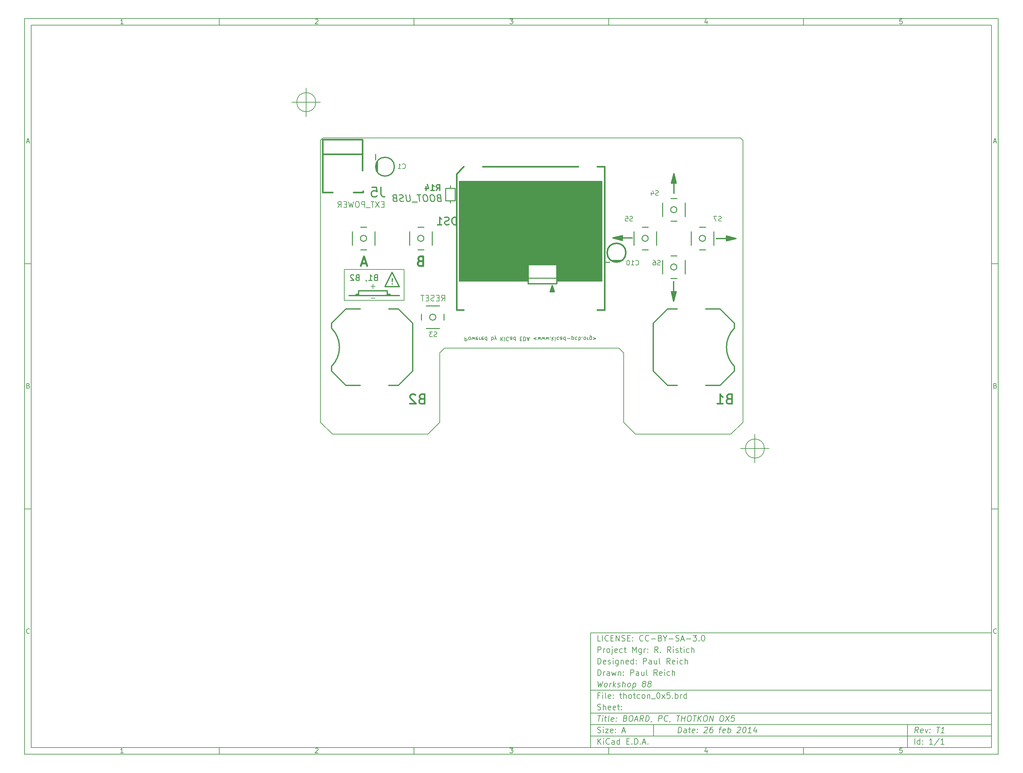
<source format=gbo>
G04 (created by PCBNEW (2013-dec-23)-stable) date Wed 26 Feb 2014 13:07:50 CST*
%MOIN*%
G04 Gerber Fmt 3.4, Leading zero omitted, Abs format*
%FSLAX34Y34*%
G01*
G70*
G90*
G04 APERTURE LIST*
%ADD10C,0.00590551*%
%ADD11C,0.01*%
%ADD12C,0.008*%
%ADD13C,0.02*%
%ADD14C,0.012*%
%ADD15C,0.006*%
%ADD16C,0.00984252*%
%ADD17C,0.015*%
%ADD18C,0.005*%
%ADD19C,0.007*%
G04 APERTURE END LIST*
G54D10*
X4000Y-4000D02*
X106000Y-4000D01*
X106000Y-81000D01*
X4000Y-81000D01*
X4000Y-4000D01*
X4700Y-4700D02*
X105300Y-4700D01*
X105300Y-80300D01*
X4700Y-80300D01*
X4700Y-4700D01*
X24400Y-4000D02*
X24400Y-4700D01*
X14342Y-4552D02*
X14057Y-4552D01*
X14200Y-4552D02*
X14200Y-4052D01*
X14152Y-4123D01*
X14104Y-4171D01*
X14057Y-4195D01*
X24400Y-81000D02*
X24400Y-80300D01*
X14342Y-80852D02*
X14057Y-80852D01*
X14200Y-80852D02*
X14200Y-80352D01*
X14152Y-80423D01*
X14104Y-80471D01*
X14057Y-80495D01*
X44800Y-4000D02*
X44800Y-4700D01*
X34457Y-4100D02*
X34480Y-4076D01*
X34528Y-4052D01*
X34647Y-4052D01*
X34695Y-4076D01*
X34719Y-4100D01*
X34742Y-4147D01*
X34742Y-4195D01*
X34719Y-4266D01*
X34433Y-4552D01*
X34742Y-4552D01*
X44800Y-81000D02*
X44800Y-80300D01*
X34457Y-80400D02*
X34480Y-80376D01*
X34528Y-80352D01*
X34647Y-80352D01*
X34695Y-80376D01*
X34719Y-80400D01*
X34742Y-80447D01*
X34742Y-80495D01*
X34719Y-80566D01*
X34433Y-80852D01*
X34742Y-80852D01*
X65200Y-4000D02*
X65200Y-4700D01*
X54833Y-4052D02*
X55142Y-4052D01*
X54976Y-4242D01*
X55047Y-4242D01*
X55095Y-4266D01*
X55119Y-4290D01*
X55142Y-4338D01*
X55142Y-4457D01*
X55119Y-4504D01*
X55095Y-4528D01*
X55047Y-4552D01*
X54904Y-4552D01*
X54857Y-4528D01*
X54833Y-4504D01*
X65200Y-81000D02*
X65200Y-80300D01*
X54833Y-80352D02*
X55142Y-80352D01*
X54976Y-80542D01*
X55047Y-80542D01*
X55095Y-80566D01*
X55119Y-80590D01*
X55142Y-80638D01*
X55142Y-80757D01*
X55119Y-80804D01*
X55095Y-80828D01*
X55047Y-80852D01*
X54904Y-80852D01*
X54857Y-80828D01*
X54833Y-80804D01*
X85600Y-4000D02*
X85600Y-4700D01*
X75495Y-4219D02*
X75495Y-4552D01*
X75376Y-4028D02*
X75257Y-4385D01*
X75566Y-4385D01*
X85600Y-81000D02*
X85600Y-80300D01*
X75495Y-80519D02*
X75495Y-80852D01*
X75376Y-80328D02*
X75257Y-80685D01*
X75566Y-80685D01*
X95919Y-4052D02*
X95680Y-4052D01*
X95657Y-4290D01*
X95680Y-4266D01*
X95728Y-4242D01*
X95847Y-4242D01*
X95895Y-4266D01*
X95919Y-4290D01*
X95942Y-4338D01*
X95942Y-4457D01*
X95919Y-4504D01*
X95895Y-4528D01*
X95847Y-4552D01*
X95728Y-4552D01*
X95680Y-4528D01*
X95657Y-4504D01*
X95919Y-80352D02*
X95680Y-80352D01*
X95657Y-80590D01*
X95680Y-80566D01*
X95728Y-80542D01*
X95847Y-80542D01*
X95895Y-80566D01*
X95919Y-80590D01*
X95942Y-80638D01*
X95942Y-80757D01*
X95919Y-80804D01*
X95895Y-80828D01*
X95847Y-80852D01*
X95728Y-80852D01*
X95680Y-80828D01*
X95657Y-80804D01*
X4000Y-29660D02*
X4700Y-29660D01*
X4230Y-16889D02*
X4469Y-16889D01*
X4183Y-17032D02*
X4350Y-16532D01*
X4516Y-17032D01*
X106000Y-29660D02*
X105300Y-29660D01*
X105530Y-16889D02*
X105769Y-16889D01*
X105483Y-17032D02*
X105650Y-16532D01*
X105816Y-17032D01*
X4000Y-55320D02*
X4700Y-55320D01*
X4385Y-42430D02*
X4457Y-42454D01*
X4480Y-42478D01*
X4504Y-42525D01*
X4504Y-42597D01*
X4480Y-42644D01*
X4457Y-42668D01*
X4409Y-42692D01*
X4219Y-42692D01*
X4219Y-42192D01*
X4385Y-42192D01*
X4433Y-42216D01*
X4457Y-42240D01*
X4480Y-42287D01*
X4480Y-42335D01*
X4457Y-42382D01*
X4433Y-42406D01*
X4385Y-42430D01*
X4219Y-42430D01*
X106000Y-55320D02*
X105300Y-55320D01*
X105685Y-42430D02*
X105757Y-42454D01*
X105780Y-42478D01*
X105804Y-42525D01*
X105804Y-42597D01*
X105780Y-42644D01*
X105757Y-42668D01*
X105709Y-42692D01*
X105519Y-42692D01*
X105519Y-42192D01*
X105685Y-42192D01*
X105733Y-42216D01*
X105757Y-42240D01*
X105780Y-42287D01*
X105780Y-42335D01*
X105757Y-42382D01*
X105733Y-42406D01*
X105685Y-42430D01*
X105519Y-42430D01*
X4504Y-68304D02*
X4480Y-68328D01*
X4409Y-68352D01*
X4361Y-68352D01*
X4290Y-68328D01*
X4242Y-68280D01*
X4219Y-68233D01*
X4195Y-68138D01*
X4195Y-68066D01*
X4219Y-67971D01*
X4242Y-67923D01*
X4290Y-67876D01*
X4361Y-67852D01*
X4409Y-67852D01*
X4480Y-67876D01*
X4504Y-67900D01*
X105804Y-68304D02*
X105780Y-68328D01*
X105709Y-68352D01*
X105661Y-68352D01*
X105590Y-68328D01*
X105542Y-68280D01*
X105519Y-68233D01*
X105495Y-68138D01*
X105495Y-68066D01*
X105519Y-67971D01*
X105542Y-67923D01*
X105590Y-67876D01*
X105661Y-67852D01*
X105709Y-67852D01*
X105780Y-67876D01*
X105804Y-67900D01*
X72450Y-78742D02*
X72525Y-78142D01*
X72667Y-78142D01*
X72750Y-78171D01*
X72800Y-78228D01*
X72821Y-78285D01*
X72835Y-78400D01*
X72825Y-78485D01*
X72782Y-78600D01*
X72746Y-78657D01*
X72682Y-78714D01*
X72592Y-78742D01*
X72450Y-78742D01*
X73307Y-78742D02*
X73346Y-78428D01*
X73325Y-78371D01*
X73271Y-78342D01*
X73157Y-78342D01*
X73096Y-78371D01*
X73310Y-78714D02*
X73250Y-78742D01*
X73107Y-78742D01*
X73053Y-78714D01*
X73032Y-78657D01*
X73039Y-78600D01*
X73075Y-78542D01*
X73135Y-78514D01*
X73278Y-78514D01*
X73339Y-78485D01*
X73557Y-78342D02*
X73785Y-78342D01*
X73667Y-78142D02*
X73603Y-78657D01*
X73625Y-78714D01*
X73678Y-78742D01*
X73735Y-78742D01*
X74167Y-78714D02*
X74107Y-78742D01*
X73992Y-78742D01*
X73939Y-78714D01*
X73917Y-78657D01*
X73946Y-78428D01*
X73982Y-78371D01*
X74042Y-78342D01*
X74157Y-78342D01*
X74210Y-78371D01*
X74232Y-78428D01*
X74225Y-78485D01*
X73932Y-78542D01*
X74457Y-78685D02*
X74482Y-78714D01*
X74450Y-78742D01*
X74425Y-78714D01*
X74457Y-78685D01*
X74450Y-78742D01*
X74496Y-78371D02*
X74521Y-78400D01*
X74489Y-78428D01*
X74464Y-78400D01*
X74496Y-78371D01*
X74489Y-78428D01*
X75232Y-78200D02*
X75264Y-78171D01*
X75325Y-78142D01*
X75467Y-78142D01*
X75521Y-78171D01*
X75546Y-78200D01*
X75567Y-78257D01*
X75560Y-78314D01*
X75521Y-78400D01*
X75135Y-78742D01*
X75507Y-78742D01*
X76096Y-78142D02*
X75982Y-78142D01*
X75921Y-78171D01*
X75889Y-78200D01*
X75821Y-78285D01*
X75778Y-78400D01*
X75750Y-78628D01*
X75771Y-78685D01*
X75796Y-78714D01*
X75850Y-78742D01*
X75964Y-78742D01*
X76025Y-78714D01*
X76057Y-78685D01*
X76092Y-78628D01*
X76110Y-78485D01*
X76089Y-78428D01*
X76064Y-78400D01*
X76010Y-78371D01*
X75896Y-78371D01*
X75835Y-78400D01*
X75803Y-78428D01*
X75767Y-78485D01*
X76757Y-78342D02*
X76985Y-78342D01*
X76792Y-78742D02*
X76857Y-78228D01*
X76892Y-78171D01*
X76953Y-78142D01*
X77010Y-78142D01*
X77367Y-78714D02*
X77307Y-78742D01*
X77192Y-78742D01*
X77139Y-78714D01*
X77117Y-78657D01*
X77146Y-78428D01*
X77182Y-78371D01*
X77242Y-78342D01*
X77357Y-78342D01*
X77410Y-78371D01*
X77432Y-78428D01*
X77425Y-78485D01*
X77132Y-78542D01*
X77650Y-78742D02*
X77725Y-78142D01*
X77696Y-78371D02*
X77757Y-78342D01*
X77871Y-78342D01*
X77925Y-78371D01*
X77950Y-78400D01*
X77971Y-78457D01*
X77950Y-78628D01*
X77914Y-78685D01*
X77882Y-78714D01*
X77821Y-78742D01*
X77707Y-78742D01*
X77653Y-78714D01*
X78689Y-78200D02*
X78721Y-78171D01*
X78782Y-78142D01*
X78925Y-78142D01*
X78978Y-78171D01*
X79003Y-78200D01*
X79025Y-78257D01*
X79017Y-78314D01*
X78978Y-78400D01*
X78592Y-78742D01*
X78964Y-78742D01*
X79410Y-78142D02*
X79467Y-78142D01*
X79521Y-78171D01*
X79546Y-78200D01*
X79567Y-78257D01*
X79582Y-78371D01*
X79564Y-78514D01*
X79521Y-78628D01*
X79485Y-78685D01*
X79453Y-78714D01*
X79392Y-78742D01*
X79335Y-78742D01*
X79282Y-78714D01*
X79257Y-78685D01*
X79235Y-78628D01*
X79221Y-78514D01*
X79239Y-78371D01*
X79282Y-78257D01*
X79317Y-78200D01*
X79350Y-78171D01*
X79410Y-78142D01*
X80107Y-78742D02*
X79764Y-78742D01*
X79935Y-78742D02*
X80010Y-78142D01*
X79942Y-78228D01*
X79878Y-78285D01*
X79817Y-78314D01*
X80671Y-78342D02*
X80621Y-78742D01*
X80557Y-78114D02*
X80360Y-78542D01*
X80732Y-78542D01*
X64042Y-79942D02*
X64042Y-79342D01*
X64385Y-79942D02*
X64128Y-79600D01*
X64385Y-79342D02*
X64042Y-79685D01*
X64642Y-79942D02*
X64642Y-79542D01*
X64642Y-79342D02*
X64614Y-79371D01*
X64642Y-79400D01*
X64671Y-79371D01*
X64642Y-79342D01*
X64642Y-79400D01*
X65271Y-79885D02*
X65242Y-79914D01*
X65157Y-79942D01*
X65100Y-79942D01*
X65014Y-79914D01*
X64957Y-79857D01*
X64928Y-79800D01*
X64900Y-79685D01*
X64900Y-79600D01*
X64928Y-79485D01*
X64957Y-79428D01*
X65014Y-79371D01*
X65100Y-79342D01*
X65157Y-79342D01*
X65242Y-79371D01*
X65271Y-79400D01*
X65785Y-79942D02*
X65785Y-79628D01*
X65757Y-79571D01*
X65700Y-79542D01*
X65585Y-79542D01*
X65528Y-79571D01*
X65785Y-79914D02*
X65728Y-79942D01*
X65585Y-79942D01*
X65528Y-79914D01*
X65500Y-79857D01*
X65500Y-79800D01*
X65528Y-79742D01*
X65585Y-79714D01*
X65728Y-79714D01*
X65785Y-79685D01*
X66328Y-79942D02*
X66328Y-79342D01*
X66328Y-79914D02*
X66271Y-79942D01*
X66157Y-79942D01*
X66100Y-79914D01*
X66071Y-79885D01*
X66042Y-79828D01*
X66042Y-79657D01*
X66071Y-79600D01*
X66100Y-79571D01*
X66157Y-79542D01*
X66271Y-79542D01*
X66328Y-79571D01*
X67071Y-79628D02*
X67271Y-79628D01*
X67357Y-79942D02*
X67071Y-79942D01*
X67071Y-79342D01*
X67357Y-79342D01*
X67614Y-79885D02*
X67642Y-79914D01*
X67614Y-79942D01*
X67585Y-79914D01*
X67614Y-79885D01*
X67614Y-79942D01*
X67899Y-79942D02*
X67899Y-79342D01*
X68042Y-79342D01*
X68128Y-79371D01*
X68185Y-79428D01*
X68214Y-79485D01*
X68242Y-79600D01*
X68242Y-79685D01*
X68214Y-79800D01*
X68185Y-79857D01*
X68128Y-79914D01*
X68042Y-79942D01*
X67899Y-79942D01*
X68499Y-79885D02*
X68528Y-79914D01*
X68499Y-79942D01*
X68471Y-79914D01*
X68499Y-79885D01*
X68499Y-79942D01*
X68757Y-79771D02*
X69042Y-79771D01*
X68699Y-79942D02*
X68899Y-79342D01*
X69099Y-79942D01*
X69299Y-79885D02*
X69328Y-79914D01*
X69299Y-79942D01*
X69271Y-79914D01*
X69299Y-79885D01*
X69299Y-79942D01*
X97592Y-78742D02*
X97428Y-78457D01*
X97250Y-78742D02*
X97325Y-78142D01*
X97553Y-78142D01*
X97607Y-78171D01*
X97632Y-78200D01*
X97653Y-78257D01*
X97642Y-78342D01*
X97607Y-78400D01*
X97575Y-78428D01*
X97514Y-78457D01*
X97285Y-78457D01*
X98082Y-78714D02*
X98021Y-78742D01*
X97907Y-78742D01*
X97853Y-78714D01*
X97832Y-78657D01*
X97860Y-78428D01*
X97896Y-78371D01*
X97957Y-78342D01*
X98071Y-78342D01*
X98125Y-78371D01*
X98146Y-78428D01*
X98139Y-78485D01*
X97846Y-78542D01*
X98357Y-78342D02*
X98450Y-78742D01*
X98642Y-78342D01*
X98828Y-78685D02*
X98853Y-78714D01*
X98821Y-78742D01*
X98796Y-78714D01*
X98828Y-78685D01*
X98821Y-78742D01*
X98867Y-78371D02*
X98892Y-78400D01*
X98860Y-78428D01*
X98835Y-78400D01*
X98867Y-78371D01*
X98860Y-78428D01*
X99553Y-78142D02*
X99896Y-78142D01*
X99650Y-78742D02*
X99725Y-78142D01*
X100335Y-78742D02*
X99992Y-78742D01*
X100164Y-78742D02*
X100239Y-78142D01*
X100171Y-78228D01*
X100107Y-78285D01*
X100046Y-78314D01*
X64014Y-78714D02*
X64100Y-78742D01*
X64242Y-78742D01*
X64300Y-78714D01*
X64328Y-78685D01*
X64357Y-78628D01*
X64357Y-78571D01*
X64328Y-78514D01*
X64300Y-78485D01*
X64242Y-78457D01*
X64128Y-78428D01*
X64071Y-78400D01*
X64042Y-78371D01*
X64014Y-78314D01*
X64014Y-78257D01*
X64042Y-78200D01*
X64071Y-78171D01*
X64128Y-78142D01*
X64271Y-78142D01*
X64357Y-78171D01*
X64614Y-78742D02*
X64614Y-78342D01*
X64614Y-78142D02*
X64585Y-78171D01*
X64614Y-78200D01*
X64642Y-78171D01*
X64614Y-78142D01*
X64614Y-78200D01*
X64842Y-78342D02*
X65157Y-78342D01*
X64842Y-78742D01*
X65157Y-78742D01*
X65614Y-78714D02*
X65557Y-78742D01*
X65442Y-78742D01*
X65385Y-78714D01*
X65357Y-78657D01*
X65357Y-78428D01*
X65385Y-78371D01*
X65442Y-78342D01*
X65557Y-78342D01*
X65614Y-78371D01*
X65642Y-78428D01*
X65642Y-78485D01*
X65357Y-78542D01*
X65900Y-78685D02*
X65928Y-78714D01*
X65900Y-78742D01*
X65871Y-78714D01*
X65900Y-78685D01*
X65900Y-78742D01*
X65900Y-78371D02*
X65928Y-78400D01*
X65900Y-78428D01*
X65871Y-78400D01*
X65900Y-78371D01*
X65900Y-78428D01*
X66614Y-78571D02*
X66900Y-78571D01*
X66557Y-78742D02*
X66757Y-78142D01*
X66957Y-78742D01*
X97242Y-79942D02*
X97242Y-79342D01*
X97785Y-79942D02*
X97785Y-79342D01*
X97785Y-79914D02*
X97728Y-79942D01*
X97614Y-79942D01*
X97557Y-79914D01*
X97528Y-79885D01*
X97500Y-79828D01*
X97500Y-79657D01*
X97528Y-79600D01*
X97557Y-79571D01*
X97614Y-79542D01*
X97728Y-79542D01*
X97785Y-79571D01*
X98071Y-79885D02*
X98100Y-79914D01*
X98071Y-79942D01*
X98042Y-79914D01*
X98071Y-79885D01*
X98071Y-79942D01*
X98071Y-79571D02*
X98100Y-79600D01*
X98071Y-79628D01*
X98042Y-79600D01*
X98071Y-79571D01*
X98071Y-79628D01*
X99128Y-79942D02*
X98785Y-79942D01*
X98957Y-79942D02*
X98957Y-79342D01*
X98899Y-79428D01*
X98842Y-79485D01*
X98785Y-79514D01*
X99814Y-79314D02*
X99300Y-80085D01*
X100328Y-79942D02*
X99985Y-79942D01*
X100157Y-79942D02*
X100157Y-79342D01*
X100099Y-79428D01*
X100042Y-79485D01*
X99985Y-79514D01*
X64039Y-76942D02*
X64382Y-76942D01*
X64135Y-77542D02*
X64210Y-76942D01*
X64507Y-77542D02*
X64557Y-77142D01*
X64582Y-76942D02*
X64550Y-76971D01*
X64575Y-77000D01*
X64607Y-76971D01*
X64582Y-76942D01*
X64575Y-77000D01*
X64757Y-77142D02*
X64985Y-77142D01*
X64867Y-76942D02*
X64803Y-77457D01*
X64825Y-77514D01*
X64878Y-77542D01*
X64935Y-77542D01*
X65221Y-77542D02*
X65167Y-77514D01*
X65146Y-77457D01*
X65210Y-76942D01*
X65682Y-77514D02*
X65621Y-77542D01*
X65507Y-77542D01*
X65453Y-77514D01*
X65432Y-77457D01*
X65460Y-77228D01*
X65496Y-77171D01*
X65557Y-77142D01*
X65671Y-77142D01*
X65725Y-77171D01*
X65746Y-77228D01*
X65739Y-77285D01*
X65446Y-77342D01*
X65971Y-77485D02*
X65996Y-77514D01*
X65964Y-77542D01*
X65939Y-77514D01*
X65971Y-77485D01*
X65964Y-77542D01*
X66010Y-77171D02*
X66035Y-77200D01*
X66003Y-77228D01*
X65978Y-77200D01*
X66010Y-77171D01*
X66003Y-77228D01*
X66946Y-77228D02*
X67028Y-77257D01*
X67053Y-77285D01*
X67075Y-77342D01*
X67064Y-77428D01*
X67028Y-77485D01*
X66996Y-77514D01*
X66935Y-77542D01*
X66707Y-77542D01*
X66782Y-76942D01*
X66982Y-76942D01*
X67035Y-76971D01*
X67060Y-77000D01*
X67082Y-77057D01*
X67075Y-77114D01*
X67039Y-77171D01*
X67007Y-77200D01*
X66946Y-77228D01*
X66746Y-77228D01*
X67496Y-76942D02*
X67610Y-76942D01*
X67664Y-76971D01*
X67714Y-77028D01*
X67728Y-77142D01*
X67703Y-77342D01*
X67660Y-77457D01*
X67596Y-77514D01*
X67535Y-77542D01*
X67421Y-77542D01*
X67367Y-77514D01*
X67317Y-77457D01*
X67303Y-77342D01*
X67328Y-77142D01*
X67371Y-77028D01*
X67435Y-76971D01*
X67496Y-76942D01*
X67928Y-77371D02*
X68214Y-77371D01*
X67850Y-77542D02*
X68125Y-76942D01*
X68250Y-77542D01*
X68792Y-77542D02*
X68628Y-77257D01*
X68450Y-77542D02*
X68525Y-76942D01*
X68753Y-76942D01*
X68807Y-76971D01*
X68832Y-77000D01*
X68853Y-77057D01*
X68842Y-77142D01*
X68807Y-77200D01*
X68775Y-77228D01*
X68714Y-77257D01*
X68485Y-77257D01*
X69050Y-77542D02*
X69125Y-76942D01*
X69267Y-76942D01*
X69350Y-76971D01*
X69400Y-77028D01*
X69421Y-77085D01*
X69435Y-77200D01*
X69425Y-77285D01*
X69382Y-77400D01*
X69346Y-77457D01*
X69282Y-77514D01*
X69192Y-77542D01*
X69050Y-77542D01*
X69682Y-77514D02*
X69678Y-77542D01*
X69642Y-77600D01*
X69610Y-77628D01*
X70392Y-77542D02*
X70467Y-76942D01*
X70696Y-76942D01*
X70749Y-76971D01*
X70775Y-77000D01*
X70796Y-77057D01*
X70785Y-77142D01*
X70750Y-77200D01*
X70717Y-77228D01*
X70657Y-77257D01*
X70428Y-77257D01*
X71342Y-77485D02*
X71310Y-77514D01*
X71221Y-77542D01*
X71164Y-77542D01*
X71082Y-77514D01*
X71032Y-77457D01*
X71010Y-77400D01*
X70996Y-77285D01*
X71007Y-77200D01*
X71050Y-77085D01*
X71085Y-77028D01*
X71149Y-76971D01*
X71239Y-76942D01*
X71296Y-76942D01*
X71378Y-76971D01*
X71403Y-77000D01*
X71625Y-77514D02*
X71621Y-77542D01*
X71585Y-77600D01*
X71553Y-77628D01*
X72325Y-76942D02*
X72667Y-76942D01*
X72421Y-77542D02*
X72496Y-76942D01*
X72792Y-77542D02*
X72867Y-76942D01*
X72832Y-77228D02*
X73175Y-77228D01*
X73135Y-77542D02*
X73210Y-76942D01*
X73610Y-76942D02*
X73725Y-76942D01*
X73778Y-76971D01*
X73828Y-77028D01*
X73842Y-77142D01*
X73817Y-77342D01*
X73774Y-77457D01*
X73710Y-77514D01*
X73650Y-77542D01*
X73535Y-77542D01*
X73482Y-77514D01*
X73432Y-77457D01*
X73417Y-77342D01*
X73442Y-77142D01*
X73485Y-77028D01*
X73549Y-76971D01*
X73610Y-76942D01*
X74039Y-76942D02*
X74382Y-76942D01*
X74135Y-77542D02*
X74210Y-76942D01*
X74507Y-77542D02*
X74582Y-76942D01*
X74849Y-77542D02*
X74635Y-77200D01*
X74924Y-76942D02*
X74539Y-77285D01*
X75296Y-76942D02*
X75410Y-76942D01*
X75464Y-76971D01*
X75514Y-77028D01*
X75528Y-77142D01*
X75503Y-77342D01*
X75460Y-77457D01*
X75396Y-77514D01*
X75335Y-77542D01*
X75221Y-77542D01*
X75167Y-77514D01*
X75117Y-77457D01*
X75103Y-77342D01*
X75128Y-77142D01*
X75171Y-77028D01*
X75235Y-76971D01*
X75296Y-76942D01*
X75735Y-77542D02*
X75810Y-76942D01*
X76078Y-77542D01*
X76153Y-76942D01*
X77010Y-76942D02*
X77124Y-76942D01*
X77178Y-76971D01*
X77228Y-77028D01*
X77242Y-77142D01*
X77217Y-77342D01*
X77174Y-77457D01*
X77110Y-77514D01*
X77049Y-77542D01*
X76935Y-77542D01*
X76882Y-77514D01*
X76832Y-77457D01*
X76817Y-77342D01*
X76842Y-77142D01*
X76885Y-77028D01*
X76949Y-76971D01*
X77010Y-76942D01*
X77467Y-76942D02*
X77792Y-77542D01*
X77867Y-76942D02*
X77392Y-77542D01*
X78382Y-76942D02*
X78096Y-76942D01*
X78032Y-77228D01*
X78064Y-77200D01*
X78124Y-77171D01*
X78267Y-77171D01*
X78321Y-77200D01*
X78346Y-77228D01*
X78367Y-77285D01*
X78349Y-77428D01*
X78314Y-77485D01*
X78282Y-77514D01*
X78221Y-77542D01*
X78078Y-77542D01*
X78024Y-77514D01*
X77999Y-77485D01*
X64242Y-74828D02*
X64042Y-74828D01*
X64042Y-75142D02*
X64042Y-74542D01*
X64328Y-74542D01*
X64557Y-75142D02*
X64557Y-74742D01*
X64557Y-74542D02*
X64528Y-74571D01*
X64557Y-74600D01*
X64585Y-74571D01*
X64557Y-74542D01*
X64557Y-74600D01*
X64928Y-75142D02*
X64871Y-75114D01*
X64842Y-75057D01*
X64842Y-74542D01*
X65385Y-75114D02*
X65328Y-75142D01*
X65214Y-75142D01*
X65157Y-75114D01*
X65128Y-75057D01*
X65128Y-74828D01*
X65157Y-74771D01*
X65214Y-74742D01*
X65328Y-74742D01*
X65385Y-74771D01*
X65414Y-74828D01*
X65414Y-74885D01*
X65128Y-74942D01*
X65671Y-75085D02*
X65700Y-75114D01*
X65671Y-75142D01*
X65642Y-75114D01*
X65671Y-75085D01*
X65671Y-75142D01*
X65671Y-74771D02*
X65700Y-74800D01*
X65671Y-74828D01*
X65642Y-74800D01*
X65671Y-74771D01*
X65671Y-74828D01*
X66328Y-74742D02*
X66557Y-74742D01*
X66414Y-74542D02*
X66414Y-75057D01*
X66442Y-75114D01*
X66500Y-75142D01*
X66557Y-75142D01*
X66757Y-75142D02*
X66757Y-74542D01*
X67014Y-75142D02*
X67014Y-74828D01*
X66985Y-74771D01*
X66928Y-74742D01*
X66842Y-74742D01*
X66785Y-74771D01*
X66757Y-74800D01*
X67385Y-75142D02*
X67328Y-75114D01*
X67300Y-75085D01*
X67271Y-75028D01*
X67271Y-74857D01*
X67300Y-74800D01*
X67328Y-74771D01*
X67385Y-74742D01*
X67471Y-74742D01*
X67528Y-74771D01*
X67557Y-74800D01*
X67585Y-74857D01*
X67585Y-75028D01*
X67557Y-75085D01*
X67528Y-75114D01*
X67471Y-75142D01*
X67385Y-75142D01*
X67757Y-74742D02*
X67985Y-74742D01*
X67842Y-74542D02*
X67842Y-75057D01*
X67871Y-75114D01*
X67928Y-75142D01*
X67985Y-75142D01*
X68442Y-75114D02*
X68385Y-75142D01*
X68271Y-75142D01*
X68214Y-75114D01*
X68185Y-75085D01*
X68157Y-75028D01*
X68157Y-74857D01*
X68185Y-74800D01*
X68214Y-74771D01*
X68271Y-74742D01*
X68385Y-74742D01*
X68442Y-74771D01*
X68785Y-75142D02*
X68728Y-75114D01*
X68700Y-75085D01*
X68671Y-75028D01*
X68671Y-74857D01*
X68700Y-74800D01*
X68728Y-74771D01*
X68785Y-74742D01*
X68871Y-74742D01*
X68928Y-74771D01*
X68957Y-74800D01*
X68985Y-74857D01*
X68985Y-75028D01*
X68957Y-75085D01*
X68928Y-75114D01*
X68871Y-75142D01*
X68785Y-75142D01*
X69242Y-74742D02*
X69242Y-75142D01*
X69242Y-74800D02*
X69271Y-74771D01*
X69328Y-74742D01*
X69414Y-74742D01*
X69471Y-74771D01*
X69500Y-74828D01*
X69500Y-75142D01*
X69642Y-75200D02*
X70100Y-75200D01*
X70357Y-74542D02*
X70414Y-74542D01*
X70471Y-74571D01*
X70500Y-74600D01*
X70528Y-74657D01*
X70557Y-74771D01*
X70557Y-74914D01*
X70528Y-75028D01*
X70500Y-75085D01*
X70471Y-75114D01*
X70414Y-75142D01*
X70357Y-75142D01*
X70300Y-75114D01*
X70271Y-75085D01*
X70242Y-75028D01*
X70214Y-74914D01*
X70214Y-74771D01*
X70242Y-74657D01*
X70271Y-74600D01*
X70300Y-74571D01*
X70357Y-74542D01*
X70757Y-75142D02*
X71071Y-74742D01*
X70757Y-74742D02*
X71071Y-75142D01*
X71585Y-74542D02*
X71300Y-74542D01*
X71271Y-74828D01*
X71300Y-74800D01*
X71357Y-74771D01*
X71500Y-74771D01*
X71557Y-74800D01*
X71585Y-74828D01*
X71614Y-74885D01*
X71614Y-75028D01*
X71585Y-75085D01*
X71557Y-75114D01*
X71500Y-75142D01*
X71357Y-75142D01*
X71300Y-75114D01*
X71271Y-75085D01*
X71871Y-75085D02*
X71900Y-75114D01*
X71871Y-75142D01*
X71842Y-75114D01*
X71871Y-75085D01*
X71871Y-75142D01*
X72157Y-75142D02*
X72157Y-74542D01*
X72157Y-74771D02*
X72214Y-74742D01*
X72328Y-74742D01*
X72385Y-74771D01*
X72414Y-74800D01*
X72442Y-74857D01*
X72442Y-75028D01*
X72414Y-75085D01*
X72385Y-75114D01*
X72328Y-75142D01*
X72214Y-75142D01*
X72157Y-75114D01*
X72700Y-75142D02*
X72700Y-74742D01*
X72700Y-74857D02*
X72728Y-74800D01*
X72757Y-74771D01*
X72814Y-74742D01*
X72871Y-74742D01*
X73328Y-75142D02*
X73328Y-74542D01*
X73328Y-75114D02*
X73271Y-75142D01*
X73157Y-75142D01*
X73100Y-75114D01*
X73071Y-75085D01*
X73042Y-75028D01*
X73042Y-74857D01*
X73071Y-74800D01*
X73100Y-74771D01*
X73157Y-74742D01*
X73271Y-74742D01*
X73328Y-74771D01*
X64014Y-76314D02*
X64100Y-76342D01*
X64242Y-76342D01*
X64300Y-76314D01*
X64328Y-76285D01*
X64357Y-76228D01*
X64357Y-76171D01*
X64328Y-76114D01*
X64300Y-76085D01*
X64242Y-76057D01*
X64128Y-76028D01*
X64071Y-76000D01*
X64042Y-75971D01*
X64014Y-75914D01*
X64014Y-75857D01*
X64042Y-75800D01*
X64071Y-75771D01*
X64128Y-75742D01*
X64271Y-75742D01*
X64357Y-75771D01*
X64614Y-76342D02*
X64614Y-75742D01*
X64871Y-76342D02*
X64871Y-76028D01*
X64842Y-75971D01*
X64785Y-75942D01*
X64700Y-75942D01*
X64642Y-75971D01*
X64614Y-76000D01*
X65385Y-76314D02*
X65328Y-76342D01*
X65214Y-76342D01*
X65157Y-76314D01*
X65128Y-76257D01*
X65128Y-76028D01*
X65157Y-75971D01*
X65214Y-75942D01*
X65328Y-75942D01*
X65385Y-75971D01*
X65414Y-76028D01*
X65414Y-76085D01*
X65128Y-76142D01*
X65900Y-76314D02*
X65842Y-76342D01*
X65728Y-76342D01*
X65671Y-76314D01*
X65642Y-76257D01*
X65642Y-76028D01*
X65671Y-75971D01*
X65728Y-75942D01*
X65842Y-75942D01*
X65900Y-75971D01*
X65928Y-76028D01*
X65928Y-76085D01*
X65642Y-76142D01*
X66100Y-75942D02*
X66328Y-75942D01*
X66185Y-75742D02*
X66185Y-76257D01*
X66214Y-76314D01*
X66271Y-76342D01*
X66328Y-76342D01*
X66528Y-76285D02*
X66557Y-76314D01*
X66528Y-76342D01*
X66500Y-76314D01*
X66528Y-76285D01*
X66528Y-76342D01*
X66528Y-75971D02*
X66557Y-76000D01*
X66528Y-76028D01*
X66500Y-76000D01*
X66528Y-75971D01*
X66528Y-76028D01*
X64067Y-73342D02*
X64135Y-73942D01*
X64303Y-73514D01*
X64364Y-73942D01*
X64582Y-73342D01*
X64821Y-73942D02*
X64767Y-73914D01*
X64742Y-73885D01*
X64721Y-73828D01*
X64742Y-73657D01*
X64778Y-73600D01*
X64810Y-73571D01*
X64871Y-73542D01*
X64957Y-73542D01*
X65010Y-73571D01*
X65035Y-73600D01*
X65057Y-73657D01*
X65035Y-73828D01*
X65000Y-73885D01*
X64967Y-73914D01*
X64907Y-73942D01*
X64821Y-73942D01*
X65278Y-73942D02*
X65328Y-73542D01*
X65314Y-73657D02*
X65350Y-73600D01*
X65382Y-73571D01*
X65442Y-73542D01*
X65500Y-73542D01*
X65650Y-73942D02*
X65725Y-73342D01*
X65735Y-73714D02*
X65878Y-73942D01*
X65928Y-73542D02*
X65671Y-73771D01*
X66110Y-73914D02*
X66164Y-73942D01*
X66278Y-73942D01*
X66339Y-73914D01*
X66375Y-73857D01*
X66378Y-73828D01*
X66357Y-73771D01*
X66303Y-73742D01*
X66217Y-73742D01*
X66164Y-73714D01*
X66142Y-73657D01*
X66146Y-73628D01*
X66182Y-73571D01*
X66242Y-73542D01*
X66328Y-73542D01*
X66382Y-73571D01*
X66621Y-73942D02*
X66696Y-73342D01*
X66878Y-73942D02*
X66917Y-73628D01*
X66896Y-73571D01*
X66842Y-73542D01*
X66757Y-73542D01*
X66696Y-73571D01*
X66664Y-73600D01*
X67249Y-73942D02*
X67196Y-73914D01*
X67171Y-73885D01*
X67150Y-73828D01*
X67171Y-73657D01*
X67207Y-73600D01*
X67239Y-73571D01*
X67299Y-73542D01*
X67385Y-73542D01*
X67439Y-73571D01*
X67464Y-73600D01*
X67485Y-73657D01*
X67464Y-73828D01*
X67428Y-73885D01*
X67396Y-73914D01*
X67335Y-73942D01*
X67249Y-73942D01*
X67757Y-73542D02*
X67682Y-74142D01*
X67753Y-73571D02*
X67814Y-73542D01*
X67928Y-73542D01*
X67982Y-73571D01*
X68007Y-73600D01*
X68028Y-73657D01*
X68007Y-73828D01*
X67971Y-73885D01*
X67939Y-73914D01*
X67878Y-73942D01*
X67764Y-73942D01*
X67710Y-73914D01*
X68835Y-73600D02*
X68782Y-73571D01*
X68757Y-73542D01*
X68735Y-73485D01*
X68739Y-73457D01*
X68774Y-73400D01*
X68807Y-73371D01*
X68867Y-73342D01*
X68982Y-73342D01*
X69035Y-73371D01*
X69060Y-73400D01*
X69082Y-73457D01*
X69078Y-73485D01*
X69042Y-73542D01*
X69010Y-73571D01*
X68949Y-73600D01*
X68835Y-73600D01*
X68775Y-73628D01*
X68742Y-73657D01*
X68707Y-73714D01*
X68692Y-73828D01*
X68714Y-73885D01*
X68739Y-73914D01*
X68792Y-73942D01*
X68907Y-73942D01*
X68967Y-73914D01*
X68999Y-73885D01*
X69035Y-73828D01*
X69049Y-73714D01*
X69028Y-73657D01*
X69003Y-73628D01*
X68949Y-73600D01*
X69407Y-73600D02*
X69353Y-73571D01*
X69328Y-73542D01*
X69307Y-73485D01*
X69310Y-73457D01*
X69346Y-73400D01*
X69378Y-73371D01*
X69439Y-73342D01*
X69553Y-73342D01*
X69607Y-73371D01*
X69632Y-73400D01*
X69653Y-73457D01*
X69650Y-73485D01*
X69614Y-73542D01*
X69582Y-73571D01*
X69521Y-73600D01*
X69407Y-73600D01*
X69346Y-73628D01*
X69314Y-73657D01*
X69278Y-73714D01*
X69264Y-73828D01*
X69285Y-73885D01*
X69310Y-73914D01*
X69364Y-73942D01*
X69478Y-73942D01*
X69539Y-73914D01*
X69571Y-73885D01*
X69607Y-73828D01*
X69621Y-73714D01*
X69599Y-73657D01*
X69575Y-73628D01*
X69521Y-73600D01*
X64042Y-72742D02*
X64042Y-72142D01*
X64185Y-72142D01*
X64271Y-72171D01*
X64328Y-72228D01*
X64357Y-72285D01*
X64385Y-72400D01*
X64385Y-72485D01*
X64357Y-72600D01*
X64328Y-72657D01*
X64271Y-72714D01*
X64185Y-72742D01*
X64042Y-72742D01*
X64642Y-72742D02*
X64642Y-72342D01*
X64642Y-72457D02*
X64671Y-72400D01*
X64700Y-72371D01*
X64757Y-72342D01*
X64814Y-72342D01*
X65271Y-72742D02*
X65271Y-72428D01*
X65242Y-72371D01*
X65185Y-72342D01*
X65071Y-72342D01*
X65014Y-72371D01*
X65271Y-72714D02*
X65214Y-72742D01*
X65071Y-72742D01*
X65014Y-72714D01*
X64985Y-72657D01*
X64985Y-72600D01*
X65014Y-72542D01*
X65071Y-72514D01*
X65214Y-72514D01*
X65271Y-72485D01*
X65500Y-72342D02*
X65614Y-72742D01*
X65728Y-72457D01*
X65842Y-72742D01*
X65957Y-72342D01*
X66185Y-72342D02*
X66185Y-72742D01*
X66185Y-72400D02*
X66214Y-72371D01*
X66271Y-72342D01*
X66357Y-72342D01*
X66414Y-72371D01*
X66442Y-72428D01*
X66442Y-72742D01*
X66728Y-72685D02*
X66757Y-72714D01*
X66728Y-72742D01*
X66700Y-72714D01*
X66728Y-72685D01*
X66728Y-72742D01*
X66728Y-72371D02*
X66757Y-72400D01*
X66728Y-72428D01*
X66700Y-72400D01*
X66728Y-72371D01*
X66728Y-72428D01*
X67471Y-72742D02*
X67471Y-72142D01*
X67700Y-72142D01*
X67757Y-72171D01*
X67785Y-72200D01*
X67814Y-72257D01*
X67814Y-72342D01*
X67785Y-72400D01*
X67757Y-72428D01*
X67700Y-72457D01*
X67471Y-72457D01*
X68328Y-72742D02*
X68328Y-72428D01*
X68300Y-72371D01*
X68242Y-72342D01*
X68128Y-72342D01*
X68071Y-72371D01*
X68328Y-72714D02*
X68271Y-72742D01*
X68128Y-72742D01*
X68071Y-72714D01*
X68042Y-72657D01*
X68042Y-72600D01*
X68071Y-72542D01*
X68128Y-72514D01*
X68271Y-72514D01*
X68328Y-72485D01*
X68871Y-72342D02*
X68871Y-72742D01*
X68614Y-72342D02*
X68614Y-72657D01*
X68642Y-72714D01*
X68699Y-72742D01*
X68785Y-72742D01*
X68842Y-72714D01*
X68871Y-72685D01*
X69242Y-72742D02*
X69185Y-72714D01*
X69157Y-72657D01*
X69157Y-72142D01*
X70271Y-72742D02*
X70071Y-72457D01*
X69928Y-72742D02*
X69928Y-72142D01*
X70157Y-72142D01*
X70214Y-72171D01*
X70242Y-72200D01*
X70271Y-72257D01*
X70271Y-72342D01*
X70242Y-72400D01*
X70214Y-72428D01*
X70157Y-72457D01*
X69928Y-72457D01*
X70757Y-72714D02*
X70700Y-72742D01*
X70585Y-72742D01*
X70528Y-72714D01*
X70500Y-72657D01*
X70500Y-72428D01*
X70528Y-72371D01*
X70585Y-72342D01*
X70700Y-72342D01*
X70757Y-72371D01*
X70785Y-72428D01*
X70785Y-72485D01*
X70500Y-72542D01*
X71042Y-72742D02*
X71042Y-72342D01*
X71042Y-72142D02*
X71014Y-72171D01*
X71042Y-72200D01*
X71071Y-72171D01*
X71042Y-72142D01*
X71042Y-72200D01*
X71585Y-72714D02*
X71528Y-72742D01*
X71414Y-72742D01*
X71357Y-72714D01*
X71328Y-72685D01*
X71300Y-72628D01*
X71300Y-72457D01*
X71328Y-72400D01*
X71357Y-72371D01*
X71414Y-72342D01*
X71528Y-72342D01*
X71585Y-72371D01*
X71842Y-72742D02*
X71842Y-72142D01*
X72100Y-72742D02*
X72100Y-72428D01*
X72071Y-72371D01*
X72014Y-72342D01*
X71928Y-72342D01*
X71871Y-72371D01*
X71842Y-72400D01*
X64042Y-71542D02*
X64042Y-70942D01*
X64185Y-70942D01*
X64271Y-70971D01*
X64328Y-71028D01*
X64357Y-71085D01*
X64385Y-71200D01*
X64385Y-71285D01*
X64357Y-71400D01*
X64328Y-71457D01*
X64271Y-71514D01*
X64185Y-71542D01*
X64042Y-71542D01*
X64871Y-71514D02*
X64814Y-71542D01*
X64700Y-71542D01*
X64642Y-71514D01*
X64614Y-71457D01*
X64614Y-71228D01*
X64642Y-71171D01*
X64700Y-71142D01*
X64814Y-71142D01*
X64871Y-71171D01*
X64900Y-71228D01*
X64900Y-71285D01*
X64614Y-71342D01*
X65128Y-71514D02*
X65185Y-71542D01*
X65300Y-71542D01*
X65357Y-71514D01*
X65385Y-71457D01*
X65385Y-71428D01*
X65357Y-71371D01*
X65300Y-71342D01*
X65214Y-71342D01*
X65157Y-71314D01*
X65128Y-71257D01*
X65128Y-71228D01*
X65157Y-71171D01*
X65214Y-71142D01*
X65300Y-71142D01*
X65357Y-71171D01*
X65642Y-71542D02*
X65642Y-71142D01*
X65642Y-70942D02*
X65614Y-70971D01*
X65642Y-71000D01*
X65671Y-70971D01*
X65642Y-70942D01*
X65642Y-71000D01*
X66185Y-71142D02*
X66185Y-71628D01*
X66157Y-71685D01*
X66128Y-71714D01*
X66071Y-71742D01*
X65985Y-71742D01*
X65928Y-71714D01*
X66185Y-71514D02*
X66128Y-71542D01*
X66014Y-71542D01*
X65957Y-71514D01*
X65928Y-71485D01*
X65900Y-71428D01*
X65900Y-71257D01*
X65928Y-71200D01*
X65957Y-71171D01*
X66014Y-71142D01*
X66128Y-71142D01*
X66185Y-71171D01*
X66471Y-71142D02*
X66471Y-71542D01*
X66471Y-71200D02*
X66500Y-71171D01*
X66557Y-71142D01*
X66642Y-71142D01*
X66700Y-71171D01*
X66728Y-71228D01*
X66728Y-71542D01*
X67242Y-71514D02*
X67185Y-71542D01*
X67071Y-71542D01*
X67014Y-71514D01*
X66985Y-71457D01*
X66985Y-71228D01*
X67014Y-71171D01*
X67071Y-71142D01*
X67185Y-71142D01*
X67242Y-71171D01*
X67271Y-71228D01*
X67271Y-71285D01*
X66985Y-71342D01*
X67785Y-71542D02*
X67785Y-70942D01*
X67785Y-71514D02*
X67728Y-71542D01*
X67614Y-71542D01*
X67557Y-71514D01*
X67528Y-71485D01*
X67500Y-71428D01*
X67500Y-71257D01*
X67528Y-71200D01*
X67557Y-71171D01*
X67614Y-71142D01*
X67728Y-71142D01*
X67785Y-71171D01*
X68071Y-71485D02*
X68100Y-71514D01*
X68071Y-71542D01*
X68042Y-71514D01*
X68071Y-71485D01*
X68071Y-71542D01*
X68071Y-71171D02*
X68100Y-71200D01*
X68071Y-71228D01*
X68042Y-71200D01*
X68071Y-71171D01*
X68071Y-71228D01*
X68814Y-71542D02*
X68814Y-70942D01*
X69042Y-70942D01*
X69099Y-70971D01*
X69128Y-71000D01*
X69157Y-71057D01*
X69157Y-71142D01*
X69128Y-71200D01*
X69099Y-71228D01*
X69042Y-71257D01*
X68814Y-71257D01*
X69671Y-71542D02*
X69671Y-71228D01*
X69642Y-71171D01*
X69585Y-71142D01*
X69471Y-71142D01*
X69414Y-71171D01*
X69671Y-71514D02*
X69614Y-71542D01*
X69471Y-71542D01*
X69414Y-71514D01*
X69385Y-71457D01*
X69385Y-71400D01*
X69414Y-71342D01*
X69471Y-71314D01*
X69614Y-71314D01*
X69671Y-71285D01*
X70214Y-71142D02*
X70214Y-71542D01*
X69957Y-71142D02*
X69957Y-71457D01*
X69985Y-71514D01*
X70042Y-71542D01*
X70128Y-71542D01*
X70185Y-71514D01*
X70214Y-71485D01*
X70585Y-71542D02*
X70528Y-71514D01*
X70499Y-71457D01*
X70499Y-70942D01*
X71614Y-71542D02*
X71414Y-71257D01*
X71271Y-71542D02*
X71271Y-70942D01*
X71500Y-70942D01*
X71557Y-70971D01*
X71585Y-71000D01*
X71614Y-71057D01*
X71614Y-71142D01*
X71585Y-71200D01*
X71557Y-71228D01*
X71500Y-71257D01*
X71271Y-71257D01*
X72100Y-71514D02*
X72042Y-71542D01*
X71928Y-71542D01*
X71871Y-71514D01*
X71842Y-71457D01*
X71842Y-71228D01*
X71871Y-71171D01*
X71928Y-71142D01*
X72042Y-71142D01*
X72100Y-71171D01*
X72128Y-71228D01*
X72128Y-71285D01*
X71842Y-71342D01*
X72385Y-71542D02*
X72385Y-71142D01*
X72385Y-70942D02*
X72357Y-70971D01*
X72385Y-71000D01*
X72414Y-70971D01*
X72385Y-70942D01*
X72385Y-71000D01*
X72928Y-71514D02*
X72871Y-71542D01*
X72757Y-71542D01*
X72700Y-71514D01*
X72671Y-71485D01*
X72642Y-71428D01*
X72642Y-71257D01*
X72671Y-71200D01*
X72700Y-71171D01*
X72757Y-71142D01*
X72871Y-71142D01*
X72928Y-71171D01*
X73185Y-71542D02*
X73185Y-70942D01*
X73442Y-71542D02*
X73442Y-71228D01*
X73414Y-71171D01*
X73357Y-71142D01*
X73271Y-71142D01*
X73214Y-71171D01*
X73185Y-71200D01*
X64042Y-70342D02*
X64042Y-69742D01*
X64271Y-69742D01*
X64328Y-69771D01*
X64357Y-69800D01*
X64385Y-69857D01*
X64385Y-69942D01*
X64357Y-70000D01*
X64328Y-70028D01*
X64271Y-70057D01*
X64042Y-70057D01*
X64642Y-70342D02*
X64642Y-69942D01*
X64642Y-70057D02*
X64671Y-70000D01*
X64700Y-69971D01*
X64757Y-69942D01*
X64814Y-69942D01*
X65100Y-70342D02*
X65042Y-70314D01*
X65014Y-70285D01*
X64985Y-70228D01*
X64985Y-70057D01*
X65014Y-70000D01*
X65042Y-69971D01*
X65100Y-69942D01*
X65185Y-69942D01*
X65242Y-69971D01*
X65271Y-70000D01*
X65300Y-70057D01*
X65300Y-70228D01*
X65271Y-70285D01*
X65242Y-70314D01*
X65185Y-70342D01*
X65100Y-70342D01*
X65557Y-69942D02*
X65557Y-70457D01*
X65528Y-70514D01*
X65471Y-70542D01*
X65442Y-70542D01*
X65557Y-69742D02*
X65528Y-69771D01*
X65557Y-69800D01*
X65585Y-69771D01*
X65557Y-69742D01*
X65557Y-69800D01*
X66071Y-70314D02*
X66014Y-70342D01*
X65900Y-70342D01*
X65842Y-70314D01*
X65814Y-70257D01*
X65814Y-70028D01*
X65842Y-69971D01*
X65900Y-69942D01*
X66014Y-69942D01*
X66071Y-69971D01*
X66100Y-70028D01*
X66100Y-70085D01*
X65814Y-70142D01*
X66614Y-70314D02*
X66557Y-70342D01*
X66442Y-70342D01*
X66385Y-70314D01*
X66357Y-70285D01*
X66328Y-70228D01*
X66328Y-70057D01*
X66357Y-70000D01*
X66385Y-69971D01*
X66442Y-69942D01*
X66557Y-69942D01*
X66614Y-69971D01*
X66785Y-69942D02*
X67014Y-69942D01*
X66871Y-69742D02*
X66871Y-70257D01*
X66900Y-70314D01*
X66957Y-70342D01*
X67014Y-70342D01*
X67671Y-70342D02*
X67671Y-69742D01*
X67871Y-70171D01*
X68071Y-69742D01*
X68071Y-70342D01*
X68614Y-69942D02*
X68614Y-70428D01*
X68585Y-70485D01*
X68557Y-70514D01*
X68500Y-70542D01*
X68414Y-70542D01*
X68357Y-70514D01*
X68614Y-70314D02*
X68557Y-70342D01*
X68442Y-70342D01*
X68385Y-70314D01*
X68357Y-70285D01*
X68328Y-70228D01*
X68328Y-70057D01*
X68357Y-70000D01*
X68385Y-69971D01*
X68442Y-69942D01*
X68557Y-69942D01*
X68614Y-69971D01*
X68900Y-70342D02*
X68900Y-69942D01*
X68900Y-70057D02*
X68928Y-70000D01*
X68957Y-69971D01*
X69014Y-69942D01*
X69071Y-69942D01*
X69271Y-70285D02*
X69300Y-70314D01*
X69271Y-70342D01*
X69242Y-70314D01*
X69271Y-70285D01*
X69271Y-70342D01*
X69271Y-69971D02*
X69300Y-70000D01*
X69271Y-70028D01*
X69242Y-70000D01*
X69271Y-69971D01*
X69271Y-70028D01*
X70357Y-70342D02*
X70157Y-70057D01*
X70014Y-70342D02*
X70014Y-69742D01*
X70242Y-69742D01*
X70300Y-69771D01*
X70328Y-69800D01*
X70357Y-69857D01*
X70357Y-69942D01*
X70328Y-70000D01*
X70300Y-70028D01*
X70242Y-70057D01*
X70014Y-70057D01*
X70614Y-70285D02*
X70642Y-70314D01*
X70614Y-70342D01*
X70585Y-70314D01*
X70614Y-70285D01*
X70614Y-70342D01*
X71700Y-70342D02*
X71500Y-70057D01*
X71357Y-70342D02*
X71357Y-69742D01*
X71585Y-69742D01*
X71642Y-69771D01*
X71671Y-69800D01*
X71700Y-69857D01*
X71700Y-69942D01*
X71671Y-70000D01*
X71642Y-70028D01*
X71585Y-70057D01*
X71357Y-70057D01*
X71957Y-70342D02*
X71957Y-69942D01*
X71957Y-69742D02*
X71928Y-69771D01*
X71957Y-69800D01*
X71985Y-69771D01*
X71957Y-69742D01*
X71957Y-69800D01*
X72214Y-70314D02*
X72271Y-70342D01*
X72385Y-70342D01*
X72442Y-70314D01*
X72471Y-70257D01*
X72471Y-70228D01*
X72442Y-70171D01*
X72385Y-70142D01*
X72300Y-70142D01*
X72242Y-70114D01*
X72214Y-70057D01*
X72214Y-70028D01*
X72242Y-69971D01*
X72300Y-69942D01*
X72385Y-69942D01*
X72442Y-69971D01*
X72642Y-69942D02*
X72871Y-69942D01*
X72728Y-69742D02*
X72728Y-70257D01*
X72757Y-70314D01*
X72814Y-70342D01*
X72871Y-70342D01*
X73071Y-70342D02*
X73071Y-69942D01*
X73071Y-69742D02*
X73042Y-69771D01*
X73071Y-69800D01*
X73100Y-69771D01*
X73071Y-69742D01*
X73071Y-69800D01*
X73614Y-70314D02*
X73557Y-70342D01*
X73442Y-70342D01*
X73385Y-70314D01*
X73357Y-70285D01*
X73328Y-70228D01*
X73328Y-70057D01*
X73357Y-70000D01*
X73385Y-69971D01*
X73442Y-69942D01*
X73557Y-69942D01*
X73614Y-69971D01*
X73871Y-70342D02*
X73871Y-69742D01*
X74128Y-70342D02*
X74128Y-70028D01*
X74100Y-69971D01*
X74042Y-69942D01*
X73957Y-69942D01*
X73900Y-69971D01*
X73871Y-70000D01*
X64328Y-69142D02*
X64042Y-69142D01*
X64042Y-68542D01*
X64528Y-69142D02*
X64528Y-68542D01*
X65157Y-69085D02*
X65128Y-69114D01*
X65042Y-69142D01*
X64985Y-69142D01*
X64899Y-69114D01*
X64842Y-69057D01*
X64814Y-69000D01*
X64785Y-68885D01*
X64785Y-68800D01*
X64814Y-68685D01*
X64842Y-68628D01*
X64899Y-68571D01*
X64985Y-68542D01*
X65042Y-68542D01*
X65128Y-68571D01*
X65157Y-68600D01*
X65414Y-68828D02*
X65614Y-68828D01*
X65699Y-69142D02*
X65414Y-69142D01*
X65414Y-68542D01*
X65699Y-68542D01*
X65957Y-69142D02*
X65957Y-68542D01*
X66299Y-69142D01*
X66299Y-68542D01*
X66557Y-69114D02*
X66642Y-69142D01*
X66785Y-69142D01*
X66842Y-69114D01*
X66871Y-69085D01*
X66899Y-69028D01*
X66899Y-68971D01*
X66871Y-68914D01*
X66842Y-68885D01*
X66785Y-68857D01*
X66671Y-68828D01*
X66614Y-68800D01*
X66585Y-68771D01*
X66557Y-68714D01*
X66557Y-68657D01*
X66585Y-68600D01*
X66614Y-68571D01*
X66671Y-68542D01*
X66814Y-68542D01*
X66899Y-68571D01*
X67157Y-68828D02*
X67357Y-68828D01*
X67442Y-69142D02*
X67157Y-69142D01*
X67157Y-68542D01*
X67442Y-68542D01*
X67699Y-69085D02*
X67728Y-69114D01*
X67699Y-69142D01*
X67671Y-69114D01*
X67699Y-69085D01*
X67699Y-69142D01*
X67699Y-68771D02*
X67728Y-68800D01*
X67699Y-68828D01*
X67671Y-68800D01*
X67699Y-68771D01*
X67699Y-68828D01*
X68785Y-69085D02*
X68757Y-69114D01*
X68671Y-69142D01*
X68614Y-69142D01*
X68528Y-69114D01*
X68471Y-69057D01*
X68442Y-69000D01*
X68414Y-68885D01*
X68414Y-68800D01*
X68442Y-68685D01*
X68471Y-68628D01*
X68528Y-68571D01*
X68614Y-68542D01*
X68671Y-68542D01*
X68757Y-68571D01*
X68785Y-68600D01*
X69385Y-69085D02*
X69357Y-69114D01*
X69271Y-69142D01*
X69214Y-69142D01*
X69128Y-69114D01*
X69071Y-69057D01*
X69042Y-69000D01*
X69014Y-68885D01*
X69014Y-68800D01*
X69042Y-68685D01*
X69071Y-68628D01*
X69128Y-68571D01*
X69214Y-68542D01*
X69271Y-68542D01*
X69357Y-68571D01*
X69385Y-68600D01*
X69642Y-68914D02*
X70099Y-68914D01*
X70585Y-68828D02*
X70671Y-68857D01*
X70699Y-68885D01*
X70728Y-68942D01*
X70728Y-69028D01*
X70699Y-69085D01*
X70671Y-69114D01*
X70614Y-69142D01*
X70385Y-69142D01*
X70385Y-68542D01*
X70585Y-68542D01*
X70642Y-68571D01*
X70671Y-68600D01*
X70699Y-68657D01*
X70699Y-68714D01*
X70671Y-68771D01*
X70642Y-68800D01*
X70585Y-68828D01*
X70385Y-68828D01*
X71099Y-68857D02*
X71099Y-69142D01*
X70899Y-68542D02*
X71099Y-68857D01*
X71299Y-68542D01*
X71499Y-68914D02*
X71957Y-68914D01*
X72214Y-69114D02*
X72299Y-69142D01*
X72442Y-69142D01*
X72499Y-69114D01*
X72528Y-69085D01*
X72557Y-69028D01*
X72557Y-68971D01*
X72528Y-68914D01*
X72499Y-68885D01*
X72442Y-68857D01*
X72328Y-68828D01*
X72271Y-68800D01*
X72242Y-68771D01*
X72214Y-68714D01*
X72214Y-68657D01*
X72242Y-68600D01*
X72271Y-68571D01*
X72328Y-68542D01*
X72471Y-68542D01*
X72557Y-68571D01*
X72785Y-68971D02*
X73071Y-68971D01*
X72728Y-69142D02*
X72928Y-68542D01*
X73128Y-69142D01*
X73328Y-68914D02*
X73785Y-68914D01*
X74014Y-68542D02*
X74385Y-68542D01*
X74185Y-68771D01*
X74271Y-68771D01*
X74328Y-68800D01*
X74357Y-68828D01*
X74385Y-68885D01*
X74385Y-69028D01*
X74357Y-69085D01*
X74328Y-69114D01*
X74271Y-69142D01*
X74100Y-69142D01*
X74042Y-69114D01*
X74014Y-69085D01*
X74642Y-69085D02*
X74671Y-69114D01*
X74642Y-69142D01*
X74614Y-69114D01*
X74642Y-69085D01*
X74642Y-69142D01*
X75042Y-68542D02*
X75100Y-68542D01*
X75157Y-68571D01*
X75185Y-68600D01*
X75214Y-68657D01*
X75242Y-68771D01*
X75242Y-68914D01*
X75214Y-69028D01*
X75185Y-69085D01*
X75157Y-69114D01*
X75100Y-69142D01*
X75042Y-69142D01*
X74985Y-69114D01*
X74957Y-69085D01*
X74928Y-69028D01*
X74900Y-68914D01*
X74900Y-68771D01*
X74928Y-68657D01*
X74957Y-68600D01*
X74985Y-68571D01*
X75042Y-68542D01*
X63300Y-68300D02*
X63300Y-80300D01*
X63300Y-74300D02*
X105300Y-74300D01*
X63300Y-68300D02*
X105300Y-68300D01*
X63300Y-76700D02*
X105300Y-76700D01*
X96500Y-77900D02*
X96500Y-80300D01*
X63300Y-79100D02*
X105300Y-79100D01*
X63300Y-77900D02*
X105300Y-77900D01*
X69900Y-77900D02*
X69900Y-79100D01*
G54D11*
X47356Y-22766D02*
X47260Y-22800D01*
X47231Y-22833D01*
X47206Y-22900D01*
X47218Y-23000D01*
X47260Y-23066D01*
X47297Y-23100D01*
X47368Y-23133D01*
X47635Y-23133D01*
X47547Y-22433D01*
X47314Y-22433D01*
X47252Y-22466D01*
X47222Y-22500D01*
X47197Y-22566D01*
X47206Y-22633D01*
X47247Y-22700D01*
X47285Y-22733D01*
X47356Y-22766D01*
X47589Y-22766D01*
X46714Y-22433D02*
X46581Y-22433D01*
X46518Y-22466D01*
X46460Y-22533D01*
X46443Y-22666D01*
X46472Y-22900D01*
X46522Y-23033D01*
X46597Y-23100D01*
X46668Y-23133D01*
X46802Y-23133D01*
X46864Y-23100D01*
X46922Y-23033D01*
X46939Y-22900D01*
X46910Y-22666D01*
X46860Y-22533D01*
X46785Y-22466D01*
X46714Y-22433D01*
X45981Y-22433D02*
X45847Y-22433D01*
X45785Y-22466D01*
X45727Y-22533D01*
X45710Y-22666D01*
X45739Y-22900D01*
X45789Y-23033D01*
X45864Y-23100D01*
X45935Y-23133D01*
X46068Y-23133D01*
X46131Y-23100D01*
X46189Y-23033D01*
X46206Y-22900D01*
X46177Y-22666D01*
X46127Y-22533D01*
X46052Y-22466D01*
X45981Y-22433D01*
X45481Y-22433D02*
X45081Y-22433D01*
X45368Y-23133D02*
X45281Y-22433D01*
X45110Y-23200D02*
X44577Y-23200D01*
X44314Y-22433D02*
X44385Y-23000D01*
X44360Y-23066D01*
X44331Y-23100D01*
X44268Y-23133D01*
X44135Y-23133D01*
X44064Y-23100D01*
X44027Y-23066D01*
X43985Y-23000D01*
X43914Y-22433D01*
X43697Y-23100D02*
X43602Y-23133D01*
X43435Y-23133D01*
X43364Y-23100D01*
X43327Y-23066D01*
X43285Y-23000D01*
X43277Y-22933D01*
X43302Y-22866D01*
X43331Y-22833D01*
X43393Y-22800D01*
X43522Y-22766D01*
X43585Y-22733D01*
X43614Y-22700D01*
X43639Y-22633D01*
X43631Y-22566D01*
X43589Y-22500D01*
X43552Y-22466D01*
X43481Y-22433D01*
X43314Y-22433D01*
X43218Y-22466D01*
X42722Y-22766D02*
X42627Y-22800D01*
X42597Y-22833D01*
X42572Y-22900D01*
X42585Y-23000D01*
X42627Y-23066D01*
X42664Y-23100D01*
X42735Y-23133D01*
X43002Y-23133D01*
X42914Y-22433D01*
X42681Y-22433D01*
X42618Y-22466D01*
X42589Y-22500D01*
X42564Y-22566D01*
X42572Y-22633D01*
X42614Y-22700D01*
X42652Y-22733D01*
X42722Y-22766D01*
X42956Y-22766D01*
G54D12*
X41650Y-23428D02*
X41450Y-23428D01*
X41364Y-23742D02*
X41650Y-23742D01*
X41650Y-23142D01*
X41364Y-23142D01*
X41164Y-23142D02*
X40764Y-23742D01*
X40764Y-23142D02*
X41164Y-23742D01*
X40621Y-23142D02*
X40278Y-23142D01*
X40450Y-23742D02*
X40450Y-23142D01*
X40221Y-23800D02*
X39764Y-23800D01*
X39621Y-23742D02*
X39621Y-23142D01*
X39392Y-23142D01*
X39335Y-23171D01*
X39307Y-23200D01*
X39278Y-23257D01*
X39278Y-23342D01*
X39307Y-23400D01*
X39335Y-23428D01*
X39392Y-23457D01*
X39621Y-23457D01*
X38907Y-23142D02*
X38792Y-23142D01*
X38735Y-23171D01*
X38678Y-23228D01*
X38649Y-23342D01*
X38649Y-23542D01*
X38678Y-23657D01*
X38735Y-23714D01*
X38792Y-23742D01*
X38907Y-23742D01*
X38964Y-23714D01*
X39021Y-23657D01*
X39049Y-23542D01*
X39049Y-23342D01*
X39021Y-23228D01*
X38964Y-23171D01*
X38907Y-23142D01*
X38450Y-23142D02*
X38307Y-23742D01*
X38192Y-23314D01*
X38078Y-23742D01*
X37935Y-23142D01*
X37707Y-23428D02*
X37507Y-23428D01*
X37421Y-23742D02*
X37707Y-23742D01*
X37707Y-23142D01*
X37421Y-23142D01*
X36821Y-23742D02*
X37021Y-23457D01*
X37164Y-23742D02*
X37164Y-23142D01*
X36935Y-23142D01*
X36878Y-23171D01*
X36850Y-23200D01*
X36821Y-23257D01*
X36821Y-23342D01*
X36850Y-23400D01*
X36878Y-23428D01*
X36935Y-23457D01*
X37164Y-23457D01*
X43750Y-30250D02*
X37500Y-30250D01*
X43750Y-33500D02*
X43750Y-30250D01*
X37500Y-33500D02*
X43750Y-33500D01*
X37500Y-30250D02*
X37500Y-33500D01*
X40271Y-33264D02*
X40728Y-33264D01*
X40271Y-32014D02*
X40728Y-32014D01*
X40500Y-32242D02*
X40500Y-31785D01*
G54D13*
X38750Y-32900D02*
X38950Y-32900D01*
X42050Y-32900D02*
X42250Y-32900D01*
G54D14*
X38000Y-33000D02*
X43250Y-33000D01*
X42000Y-32500D02*
X42000Y-33000D01*
X39000Y-32500D02*
X39000Y-33000D01*
X39000Y-32500D02*
X42000Y-32500D01*
X42500Y-30550D02*
X43250Y-32050D01*
X41750Y-32050D02*
X42500Y-30550D01*
X43250Y-32050D02*
X41750Y-32050D01*
G54D11*
X42500Y-31735D02*
X42528Y-31764D01*
X42500Y-31792D01*
X42471Y-31764D01*
X42500Y-31735D01*
X42500Y-31792D01*
X42500Y-31564D02*
X42471Y-31221D01*
X42500Y-31192D01*
X42528Y-31221D01*
X42500Y-31564D01*
X42500Y-31192D01*
G54D15*
X66250Y-38500D02*
X66750Y-39000D01*
X48000Y-38500D02*
X47500Y-39000D01*
X48000Y-38500D02*
X66250Y-38500D01*
G54D12*
X47671Y-33542D02*
X47871Y-33257D01*
X48014Y-33542D02*
X48014Y-32942D01*
X47785Y-32942D01*
X47728Y-32971D01*
X47700Y-33000D01*
X47671Y-33057D01*
X47671Y-33142D01*
X47700Y-33200D01*
X47728Y-33228D01*
X47785Y-33257D01*
X48014Y-33257D01*
X47414Y-33228D02*
X47214Y-33228D01*
X47128Y-33542D02*
X47414Y-33542D01*
X47414Y-32942D01*
X47128Y-32942D01*
X46900Y-33514D02*
X46814Y-33542D01*
X46671Y-33542D01*
X46614Y-33514D01*
X46585Y-33485D01*
X46557Y-33428D01*
X46557Y-33371D01*
X46585Y-33314D01*
X46614Y-33285D01*
X46671Y-33257D01*
X46785Y-33228D01*
X46842Y-33200D01*
X46871Y-33171D01*
X46900Y-33114D01*
X46900Y-33057D01*
X46871Y-33000D01*
X46842Y-32971D01*
X46785Y-32942D01*
X46642Y-32942D01*
X46557Y-32971D01*
X46300Y-33228D02*
X46100Y-33228D01*
X46014Y-33542D02*
X46300Y-33542D01*
X46300Y-32942D01*
X46014Y-32942D01*
X45842Y-32942D02*
X45500Y-32942D01*
X45671Y-33542D02*
X45671Y-32942D01*
G54D14*
X65662Y-26962D02*
X67662Y-26962D01*
X66612Y-27212D02*
X66612Y-26712D01*
X66612Y-26712D02*
X65612Y-26962D01*
X65612Y-26962D02*
X66612Y-27212D01*
X66537Y-27062D02*
X66162Y-27062D01*
X66612Y-26862D02*
X66112Y-26862D01*
X77512Y-27112D02*
X78012Y-27112D01*
X77587Y-26912D02*
X77962Y-26912D01*
X78512Y-27012D02*
X77512Y-26762D01*
X77512Y-27262D02*
X78512Y-27012D01*
X77512Y-26762D02*
X77512Y-27262D01*
X78462Y-27012D02*
X76462Y-27012D01*
X72012Y-20287D02*
X72012Y-22287D01*
X71762Y-21237D02*
X72262Y-21237D01*
X72262Y-21237D02*
X72012Y-20237D01*
X72012Y-20237D02*
X71762Y-21237D01*
X71912Y-21162D02*
X71912Y-20787D01*
X72112Y-21237D02*
X72112Y-20737D01*
X71997Y-33537D02*
X71997Y-31537D01*
X72247Y-32587D02*
X71747Y-32587D01*
X71747Y-32587D02*
X71997Y-33587D01*
X71997Y-33587D02*
X72247Y-32587D01*
X72097Y-32662D02*
X72097Y-33037D01*
X71897Y-32587D02*
X71897Y-33087D01*
G54D13*
X39788Y-29619D02*
X39311Y-29619D01*
X39883Y-29904D02*
X39550Y-28904D01*
X39216Y-29904D01*
X45428Y-29380D02*
X45285Y-29428D01*
X45238Y-29476D01*
X45190Y-29571D01*
X45190Y-29714D01*
X45238Y-29809D01*
X45285Y-29857D01*
X45380Y-29904D01*
X45761Y-29904D01*
X45761Y-28904D01*
X45428Y-28904D01*
X45333Y-28952D01*
X45285Y-29000D01*
X45238Y-29095D01*
X45238Y-29190D01*
X45285Y-29285D01*
X45333Y-29333D01*
X45428Y-29380D01*
X45761Y-29380D01*
G54D15*
X79250Y-46250D02*
X78000Y-47500D01*
X66750Y-46250D02*
X66750Y-39000D01*
X68000Y-47500D02*
X66750Y-46250D01*
X78000Y-47500D02*
X68000Y-47500D01*
X79250Y-16750D02*
X79250Y-46250D01*
X36250Y-47500D02*
X35000Y-46250D01*
X47500Y-46250D02*
X47500Y-39000D01*
X46250Y-47500D02*
X47500Y-46250D01*
X36250Y-47500D02*
X46250Y-47500D01*
X35000Y-16750D02*
X35000Y-46250D01*
G54D11*
X40750Y-31078D02*
X40664Y-31107D01*
X40635Y-31135D01*
X40607Y-31192D01*
X40607Y-31278D01*
X40635Y-31335D01*
X40664Y-31364D01*
X40721Y-31392D01*
X40950Y-31392D01*
X40950Y-30792D01*
X40750Y-30792D01*
X40692Y-30821D01*
X40664Y-30850D01*
X40635Y-30907D01*
X40635Y-30964D01*
X40664Y-31021D01*
X40692Y-31050D01*
X40750Y-31078D01*
X40950Y-31078D01*
X40035Y-31392D02*
X40378Y-31392D01*
X40207Y-31392D02*
X40207Y-30792D01*
X40264Y-30878D01*
X40321Y-30935D01*
X40378Y-30964D01*
X39749Y-31364D02*
X39749Y-31392D01*
X39778Y-31450D01*
X39807Y-31478D01*
X38835Y-31078D02*
X38750Y-31107D01*
X38721Y-31135D01*
X38692Y-31192D01*
X38692Y-31278D01*
X38721Y-31335D01*
X38750Y-31364D01*
X38807Y-31392D01*
X39035Y-31392D01*
X39035Y-30792D01*
X38835Y-30792D01*
X38778Y-30821D01*
X38750Y-30850D01*
X38721Y-30907D01*
X38721Y-30964D01*
X38750Y-31021D01*
X38778Y-31050D01*
X38835Y-31078D01*
X39035Y-31078D01*
X38464Y-30850D02*
X38435Y-30821D01*
X38378Y-30792D01*
X38235Y-30792D01*
X38178Y-30821D01*
X38150Y-30850D01*
X38121Y-30907D01*
X38121Y-30964D01*
X38150Y-31050D01*
X38492Y-31392D01*
X38121Y-31392D01*
G54D12*
X50133Y-37338D02*
X50133Y-37738D01*
X50285Y-37738D01*
X50323Y-37719D01*
X50342Y-37700D01*
X50361Y-37661D01*
X50361Y-37604D01*
X50342Y-37566D01*
X50323Y-37547D01*
X50285Y-37528D01*
X50133Y-37528D01*
X50590Y-37338D02*
X50552Y-37357D01*
X50533Y-37376D01*
X50514Y-37414D01*
X50514Y-37528D01*
X50533Y-37566D01*
X50552Y-37585D01*
X50590Y-37604D01*
X50647Y-37604D01*
X50685Y-37585D01*
X50704Y-37566D01*
X50723Y-37528D01*
X50723Y-37414D01*
X50704Y-37376D01*
X50685Y-37357D01*
X50647Y-37338D01*
X50590Y-37338D01*
X50857Y-37604D02*
X50933Y-37338D01*
X51009Y-37528D01*
X51085Y-37338D01*
X51161Y-37604D01*
X51466Y-37357D02*
X51428Y-37338D01*
X51352Y-37338D01*
X51314Y-37357D01*
X51295Y-37395D01*
X51295Y-37547D01*
X51314Y-37585D01*
X51352Y-37604D01*
X51428Y-37604D01*
X51466Y-37585D01*
X51485Y-37547D01*
X51485Y-37509D01*
X51295Y-37471D01*
X51657Y-37338D02*
X51657Y-37604D01*
X51657Y-37528D02*
X51676Y-37566D01*
X51695Y-37585D01*
X51733Y-37604D01*
X51771Y-37604D01*
X52057Y-37357D02*
X52019Y-37338D01*
X51942Y-37338D01*
X51904Y-37357D01*
X51885Y-37395D01*
X51885Y-37547D01*
X51904Y-37585D01*
X51942Y-37604D01*
X52019Y-37604D01*
X52057Y-37585D01*
X52076Y-37547D01*
X52076Y-37509D01*
X51885Y-37471D01*
X52419Y-37338D02*
X52419Y-37738D01*
X52419Y-37357D02*
X52380Y-37338D01*
X52304Y-37338D01*
X52266Y-37357D01*
X52247Y-37376D01*
X52228Y-37414D01*
X52228Y-37528D01*
X52247Y-37566D01*
X52266Y-37585D01*
X52304Y-37604D01*
X52380Y-37604D01*
X52419Y-37585D01*
X52914Y-37338D02*
X52914Y-37738D01*
X52914Y-37585D02*
X52952Y-37604D01*
X53028Y-37604D01*
X53066Y-37585D01*
X53085Y-37566D01*
X53104Y-37528D01*
X53104Y-37414D01*
X53085Y-37376D01*
X53066Y-37357D01*
X53028Y-37338D01*
X52952Y-37338D01*
X52914Y-37357D01*
X53238Y-37604D02*
X53333Y-37338D01*
X53428Y-37604D02*
X53333Y-37338D01*
X53295Y-37242D01*
X53276Y-37223D01*
X53238Y-37204D01*
X53885Y-37338D02*
X53885Y-37738D01*
X54114Y-37338D02*
X53942Y-37566D01*
X54114Y-37738D02*
X53885Y-37509D01*
X54285Y-37338D02*
X54285Y-37604D01*
X54285Y-37738D02*
X54266Y-37719D01*
X54285Y-37700D01*
X54304Y-37719D01*
X54285Y-37738D01*
X54285Y-37700D01*
X54704Y-37376D02*
X54685Y-37357D01*
X54628Y-37338D01*
X54590Y-37338D01*
X54533Y-37357D01*
X54495Y-37395D01*
X54476Y-37433D01*
X54457Y-37509D01*
X54457Y-37566D01*
X54476Y-37642D01*
X54495Y-37680D01*
X54533Y-37719D01*
X54590Y-37738D01*
X54628Y-37738D01*
X54685Y-37719D01*
X54704Y-37700D01*
X55047Y-37338D02*
X55047Y-37547D01*
X55028Y-37585D01*
X54990Y-37604D01*
X54914Y-37604D01*
X54876Y-37585D01*
X55047Y-37357D02*
X55009Y-37338D01*
X54914Y-37338D01*
X54876Y-37357D01*
X54857Y-37395D01*
X54857Y-37433D01*
X54876Y-37471D01*
X54914Y-37490D01*
X55009Y-37490D01*
X55047Y-37509D01*
X55409Y-37338D02*
X55409Y-37738D01*
X55409Y-37357D02*
X55371Y-37338D01*
X55295Y-37338D01*
X55257Y-37357D01*
X55238Y-37376D01*
X55219Y-37414D01*
X55219Y-37528D01*
X55238Y-37566D01*
X55257Y-37585D01*
X55295Y-37604D01*
X55371Y-37604D01*
X55409Y-37585D01*
X55904Y-37547D02*
X56038Y-37547D01*
X56095Y-37338D02*
X55904Y-37338D01*
X55904Y-37738D01*
X56095Y-37738D01*
X56266Y-37338D02*
X56266Y-37738D01*
X56361Y-37738D01*
X56419Y-37719D01*
X56457Y-37680D01*
X56476Y-37642D01*
X56495Y-37566D01*
X56495Y-37509D01*
X56476Y-37433D01*
X56457Y-37395D01*
X56419Y-37357D01*
X56361Y-37338D01*
X56266Y-37338D01*
X56647Y-37452D02*
X56838Y-37452D01*
X56609Y-37338D02*
X56742Y-37738D01*
X56876Y-37338D01*
X57619Y-37604D02*
X57314Y-37490D01*
X57619Y-37376D01*
X57771Y-37604D02*
X57847Y-37338D01*
X57923Y-37528D01*
X57999Y-37338D01*
X58076Y-37604D01*
X58190Y-37604D02*
X58266Y-37338D01*
X58342Y-37528D01*
X58419Y-37338D01*
X58495Y-37604D01*
X58609Y-37604D02*
X58685Y-37338D01*
X58761Y-37528D01*
X58838Y-37338D01*
X58914Y-37604D01*
X59066Y-37376D02*
X59085Y-37357D01*
X59066Y-37338D01*
X59047Y-37357D01*
X59066Y-37376D01*
X59066Y-37338D01*
X59257Y-37338D02*
X59257Y-37738D01*
X59295Y-37490D02*
X59409Y-37338D01*
X59409Y-37604D02*
X59257Y-37452D01*
X59580Y-37338D02*
X59580Y-37604D01*
X59580Y-37738D02*
X59561Y-37719D01*
X59580Y-37700D01*
X59600Y-37719D01*
X59580Y-37738D01*
X59580Y-37700D01*
X59942Y-37357D02*
X59904Y-37338D01*
X59828Y-37338D01*
X59790Y-37357D01*
X59771Y-37376D01*
X59752Y-37414D01*
X59752Y-37528D01*
X59771Y-37566D01*
X59790Y-37585D01*
X59828Y-37604D01*
X59904Y-37604D01*
X59942Y-37585D01*
X60285Y-37338D02*
X60285Y-37547D01*
X60266Y-37585D01*
X60228Y-37604D01*
X60152Y-37604D01*
X60114Y-37585D01*
X60285Y-37357D02*
X60247Y-37338D01*
X60152Y-37338D01*
X60114Y-37357D01*
X60095Y-37395D01*
X60095Y-37433D01*
X60114Y-37471D01*
X60152Y-37490D01*
X60247Y-37490D01*
X60285Y-37509D01*
X60647Y-37338D02*
X60647Y-37738D01*
X60647Y-37357D02*
X60609Y-37338D01*
X60533Y-37338D01*
X60495Y-37357D01*
X60476Y-37376D01*
X60457Y-37414D01*
X60457Y-37528D01*
X60476Y-37566D01*
X60495Y-37585D01*
X60533Y-37604D01*
X60609Y-37604D01*
X60647Y-37585D01*
X60838Y-37490D02*
X61142Y-37490D01*
X61333Y-37604D02*
X61333Y-37204D01*
X61333Y-37585D02*
X61371Y-37604D01*
X61447Y-37604D01*
X61485Y-37585D01*
X61504Y-37566D01*
X61523Y-37528D01*
X61523Y-37414D01*
X61504Y-37376D01*
X61485Y-37357D01*
X61447Y-37338D01*
X61371Y-37338D01*
X61333Y-37357D01*
X61866Y-37357D02*
X61828Y-37338D01*
X61752Y-37338D01*
X61714Y-37357D01*
X61695Y-37376D01*
X61676Y-37414D01*
X61676Y-37528D01*
X61695Y-37566D01*
X61714Y-37585D01*
X61752Y-37604D01*
X61828Y-37604D01*
X61866Y-37585D01*
X62038Y-37338D02*
X62038Y-37738D01*
X62038Y-37585D02*
X62076Y-37604D01*
X62152Y-37604D01*
X62190Y-37585D01*
X62209Y-37566D01*
X62228Y-37528D01*
X62228Y-37414D01*
X62209Y-37376D01*
X62190Y-37357D01*
X62152Y-37338D01*
X62076Y-37338D01*
X62038Y-37357D01*
X62400Y-37376D02*
X62419Y-37357D01*
X62400Y-37338D01*
X62380Y-37357D01*
X62400Y-37376D01*
X62400Y-37338D01*
X62647Y-37338D02*
X62609Y-37357D01*
X62590Y-37376D01*
X62571Y-37414D01*
X62571Y-37528D01*
X62590Y-37566D01*
X62609Y-37585D01*
X62647Y-37604D01*
X62704Y-37604D01*
X62742Y-37585D01*
X62761Y-37566D01*
X62780Y-37528D01*
X62780Y-37414D01*
X62761Y-37376D01*
X62742Y-37357D01*
X62704Y-37338D01*
X62647Y-37338D01*
X62952Y-37338D02*
X62952Y-37604D01*
X62952Y-37528D02*
X62971Y-37566D01*
X62990Y-37585D01*
X63028Y-37604D01*
X63066Y-37604D01*
X63371Y-37604D02*
X63371Y-37280D01*
X63352Y-37242D01*
X63333Y-37223D01*
X63295Y-37204D01*
X63238Y-37204D01*
X63200Y-37223D01*
X63371Y-37357D02*
X63333Y-37338D01*
X63257Y-37338D01*
X63219Y-37357D01*
X63200Y-37376D01*
X63180Y-37414D01*
X63180Y-37528D01*
X63200Y-37566D01*
X63219Y-37585D01*
X63257Y-37604D01*
X63333Y-37604D01*
X63371Y-37585D01*
X63561Y-37604D02*
X63866Y-37490D01*
X63561Y-37376D01*
G54D15*
X34500Y-12750D02*
G75*
G03X34500Y-12750I-1000J0D01*
G74*
G01*
X32000Y-12750D02*
X35000Y-12750D01*
X33500Y-11250D02*
X33500Y-14250D01*
X81500Y-49000D02*
G75*
G03X81500Y-49000I-1000J0D01*
G74*
G01*
X79000Y-49000D02*
X82000Y-49000D01*
X80500Y-47500D02*
X80500Y-50500D01*
X79250Y-16750D02*
X79000Y-16500D01*
X35000Y-16750D02*
X35250Y-16500D01*
X79000Y-16500D02*
X35250Y-16500D01*
G54D16*
X49900Y-31150D02*
X64100Y-31150D01*
X64100Y-31150D02*
X64100Y-21350D01*
X64100Y-21350D02*
X49900Y-21350D01*
X49900Y-21350D02*
X49900Y-30950D01*
X49900Y-30950D02*
X49900Y-31150D01*
G54D17*
X50000Y-19500D02*
X49250Y-20250D01*
X49250Y-20250D02*
X49250Y-34500D01*
X49250Y-34500D02*
X50000Y-34500D01*
X64000Y-19500D02*
X64750Y-19500D01*
X64750Y-19500D02*
X64750Y-34500D01*
X64750Y-34500D02*
X64000Y-34500D01*
X52000Y-19500D02*
X62000Y-19500D01*
G54D16*
X57000Y-26750D02*
X57000Y-25750D01*
X56500Y-26250D02*
X57500Y-26250D01*
X72324Y-24000D02*
G75*
G03X72324Y-24000I-324J0D01*
G74*
G01*
X71685Y-22818D02*
X72314Y-22818D01*
X71685Y-25181D02*
X72314Y-25181D01*
X70818Y-24708D02*
X70818Y-23291D01*
X73181Y-24708D02*
X73181Y-23291D01*
X39824Y-27000D02*
G75*
G03X39824Y-27000I-324J0D01*
G74*
G01*
X39185Y-25818D02*
X39814Y-25818D01*
X39185Y-28181D02*
X39814Y-28181D01*
X38318Y-27708D02*
X38318Y-26291D01*
X40681Y-27708D02*
X40681Y-26291D01*
X48600Y-23050D02*
X49100Y-23050D01*
X49100Y-23050D02*
X49100Y-21800D01*
X49100Y-21750D02*
X48600Y-21750D01*
X48600Y-21500D02*
X48600Y-21750D01*
X48600Y-21750D02*
X48100Y-21750D01*
X48100Y-21750D02*
X48100Y-23050D01*
X48100Y-23050D02*
X48600Y-23050D01*
X48600Y-23050D02*
X48600Y-23300D01*
G54D17*
X36265Y-22183D02*
X35213Y-22183D01*
X35213Y-22183D02*
X35213Y-16671D01*
X35213Y-16671D02*
X39386Y-16671D01*
X39386Y-16671D02*
X39386Y-19900D01*
X39465Y-22065D02*
X39465Y-22183D01*
X39465Y-22183D02*
X38441Y-22183D01*
X35213Y-18181D02*
X39386Y-18181D01*
G54D16*
X40750Y-18200D02*
X40750Y-18800D01*
X40850Y-19200D02*
X40850Y-19800D01*
X40950Y-18900D02*
X40950Y-20100D01*
G54D14*
X42734Y-19500D02*
G75*
G03X42734Y-19500I-984J0D01*
G74*
G01*
G54D17*
X59250Y-32050D02*
X59250Y-32550D01*
X59250Y-31950D02*
X59450Y-32550D01*
X59450Y-32550D02*
X59100Y-32550D01*
G54D18*
X59100Y-32550D02*
X59050Y-32550D01*
G54D17*
X59050Y-32550D02*
X59250Y-31950D01*
G54D14*
X56750Y-31750D02*
X59750Y-31750D01*
X59750Y-29750D02*
X56750Y-29750D01*
X56750Y-29750D02*
X56750Y-31750D01*
X59750Y-31750D02*
X59750Y-29750D01*
X36149Y-36400D02*
G75*
G02X36149Y-40399I-1999J-1999D01*
G74*
G01*
X37650Y-42400D02*
X39150Y-42400D01*
X36150Y-35900D02*
X37650Y-34400D01*
X36150Y-36400D02*
X36150Y-35900D01*
X37650Y-34400D02*
X39150Y-34400D01*
X36150Y-40900D02*
X37650Y-42400D01*
X36150Y-40400D02*
X36150Y-40900D01*
X43150Y-42400D02*
X42150Y-42400D01*
X44650Y-35900D02*
X43150Y-34400D01*
X44650Y-40900D02*
X44650Y-35900D01*
X43150Y-42400D02*
X44650Y-40900D01*
X42150Y-34400D02*
X43150Y-34400D01*
X78350Y-40399D02*
G75*
G02X78350Y-36400I1999J1999D01*
G74*
G01*
X76850Y-34400D02*
X75350Y-34400D01*
X78350Y-40900D02*
X76850Y-42400D01*
X78350Y-40400D02*
X78350Y-40900D01*
X76850Y-42400D02*
X75350Y-42400D01*
X78350Y-35900D02*
X76850Y-34400D01*
X78350Y-36400D02*
X78350Y-35900D01*
X71350Y-34400D02*
X72350Y-34400D01*
X69850Y-40900D02*
X71350Y-42400D01*
X69850Y-35900D02*
X69850Y-40900D01*
X71350Y-34400D02*
X69850Y-35900D01*
X72350Y-42400D02*
X71350Y-42400D01*
G54D16*
X64700Y-29500D02*
X65300Y-29500D01*
X65700Y-29400D02*
X66300Y-29400D01*
X65400Y-29300D02*
X66600Y-29300D01*
G54D17*
X66984Y-28500D02*
G75*
G03X66984Y-28500I-984J0D01*
G74*
G01*
G54D16*
X45824Y-27000D02*
G75*
G03X45824Y-27000I-324J0D01*
G74*
G01*
X45185Y-25818D02*
X45814Y-25818D01*
X45185Y-28181D02*
X45814Y-28181D01*
X44318Y-27708D02*
X44318Y-26291D01*
X46681Y-27708D02*
X46681Y-26291D01*
X47074Y-35250D02*
G75*
G03X47074Y-35250I-324J0D01*
G74*
G01*
X47931Y-34935D02*
X47931Y-35564D01*
X45568Y-34935D02*
X45568Y-35564D01*
X46041Y-34068D02*
X47458Y-34068D01*
X46041Y-36431D02*
X47458Y-36431D01*
X72324Y-30000D02*
G75*
G03X72324Y-30000I-324J0D01*
G74*
G01*
X71685Y-28818D02*
X72314Y-28818D01*
X71685Y-31181D02*
X72314Y-31181D01*
X70818Y-30708D02*
X70818Y-29291D01*
X73181Y-30708D02*
X73181Y-29291D01*
X75324Y-27000D02*
G75*
G03X75324Y-27000I-324J0D01*
G74*
G01*
X74685Y-25818D02*
X75314Y-25818D01*
X74685Y-28181D02*
X75314Y-28181D01*
X73818Y-27708D02*
X73818Y-26291D01*
X76181Y-27708D02*
X76181Y-26291D01*
X69324Y-27000D02*
G75*
G03X69324Y-27000I-324J0D01*
G74*
G01*
X68685Y-25818D02*
X69314Y-25818D01*
X68685Y-28181D02*
X69314Y-28181D01*
X67818Y-27708D02*
X67818Y-26291D01*
X70181Y-27708D02*
X70181Y-26291D01*
G54D14*
X49221Y-25573D02*
X49221Y-24773D01*
X49030Y-24773D01*
X48916Y-24811D01*
X48840Y-24888D01*
X48802Y-24964D01*
X48764Y-25116D01*
X48764Y-25230D01*
X48802Y-25383D01*
X48840Y-25459D01*
X48916Y-25535D01*
X49030Y-25573D01*
X49221Y-25573D01*
X48459Y-25535D02*
X48345Y-25573D01*
X48154Y-25573D01*
X48078Y-25535D01*
X48040Y-25497D01*
X48002Y-25421D01*
X48002Y-25345D01*
X48040Y-25269D01*
X48078Y-25230D01*
X48154Y-25192D01*
X48307Y-25154D01*
X48383Y-25116D01*
X48421Y-25078D01*
X48459Y-25002D01*
X48459Y-24926D01*
X48421Y-24850D01*
X48383Y-24811D01*
X48307Y-24773D01*
X48116Y-24773D01*
X48002Y-24811D01*
X47240Y-25573D02*
X47697Y-25573D01*
X47469Y-25573D02*
X47469Y-24773D01*
X47545Y-24888D01*
X47621Y-24964D01*
X47697Y-25002D01*
G54D12*
X70380Y-22478D02*
X70309Y-22502D01*
X70190Y-22502D01*
X70142Y-22478D01*
X70119Y-22454D01*
X70095Y-22407D01*
X70095Y-22359D01*
X70119Y-22311D01*
X70142Y-22288D01*
X70190Y-22264D01*
X70285Y-22240D01*
X70333Y-22216D01*
X70357Y-22192D01*
X70380Y-22145D01*
X70380Y-22097D01*
X70357Y-22050D01*
X70333Y-22026D01*
X70285Y-22002D01*
X70166Y-22002D01*
X70095Y-22026D01*
X69666Y-22169D02*
X69666Y-22502D01*
X69785Y-21978D02*
X69904Y-22335D01*
X69595Y-22335D01*
G54D14*
X47135Y-21992D02*
X47335Y-21707D01*
X47478Y-21992D02*
X47478Y-21392D01*
X47250Y-21392D01*
X47192Y-21421D01*
X47164Y-21450D01*
X47135Y-21507D01*
X47135Y-21592D01*
X47164Y-21650D01*
X47192Y-21678D01*
X47250Y-21707D01*
X47478Y-21707D01*
X46564Y-21992D02*
X46907Y-21992D01*
X46735Y-21992D02*
X46735Y-21392D01*
X46792Y-21478D01*
X46850Y-21535D01*
X46907Y-21564D01*
X46050Y-21592D02*
X46050Y-21992D01*
X46192Y-21364D02*
X46335Y-21792D01*
X45964Y-21792D01*
X41333Y-21654D02*
X41333Y-22369D01*
X41380Y-22511D01*
X41476Y-22607D01*
X41619Y-22654D01*
X41714Y-22654D01*
X40380Y-21654D02*
X40857Y-21654D01*
X40904Y-22130D01*
X40857Y-22083D01*
X40761Y-22035D01*
X40523Y-22035D01*
X40428Y-22083D01*
X40380Y-22130D01*
X40333Y-22226D01*
X40333Y-22464D01*
X40380Y-22559D01*
X40428Y-22607D01*
X40523Y-22654D01*
X40761Y-22654D01*
X40857Y-22607D01*
X40904Y-22559D01*
G54D12*
X43583Y-19654D02*
X43607Y-19678D01*
X43678Y-19702D01*
X43726Y-19702D01*
X43797Y-19678D01*
X43845Y-19630D01*
X43869Y-19583D01*
X43892Y-19488D01*
X43892Y-19416D01*
X43869Y-19321D01*
X43845Y-19273D01*
X43797Y-19226D01*
X43726Y-19202D01*
X43678Y-19202D01*
X43607Y-19226D01*
X43583Y-19250D01*
X43107Y-19702D02*
X43392Y-19702D01*
X43250Y-19702D02*
X43250Y-19202D01*
X43297Y-19273D01*
X43345Y-19321D01*
X43392Y-19345D01*
G54D19*
X60495Y-29861D02*
X60495Y-29461D01*
X60342Y-29461D01*
X60304Y-29480D01*
X60285Y-29500D01*
X60266Y-29538D01*
X60266Y-29595D01*
X60285Y-29633D01*
X60304Y-29652D01*
X60342Y-29671D01*
X60495Y-29671D01*
X60114Y-29500D02*
X60095Y-29480D01*
X60057Y-29461D01*
X59961Y-29461D01*
X59923Y-29480D01*
X59904Y-29500D01*
X59885Y-29538D01*
X59885Y-29576D01*
X59904Y-29633D01*
X60133Y-29861D01*
X59885Y-29861D01*
G54D17*
X45554Y-43780D02*
X45411Y-43828D01*
X45364Y-43876D01*
X45316Y-43971D01*
X45316Y-44114D01*
X45364Y-44209D01*
X45411Y-44257D01*
X45507Y-44304D01*
X45888Y-44304D01*
X45888Y-43304D01*
X45554Y-43304D01*
X45459Y-43352D01*
X45411Y-43400D01*
X45364Y-43495D01*
X45364Y-43590D01*
X45411Y-43685D01*
X45459Y-43733D01*
X45554Y-43780D01*
X45888Y-43780D01*
X44935Y-43400D02*
X44888Y-43352D01*
X44792Y-43304D01*
X44554Y-43304D01*
X44459Y-43352D01*
X44411Y-43400D01*
X44364Y-43495D01*
X44364Y-43590D01*
X44411Y-43733D01*
X44983Y-44304D01*
X44364Y-44304D01*
X77754Y-43780D02*
X77611Y-43828D01*
X77564Y-43876D01*
X77516Y-43971D01*
X77516Y-44114D01*
X77564Y-44209D01*
X77611Y-44257D01*
X77707Y-44304D01*
X78088Y-44304D01*
X78088Y-43304D01*
X77754Y-43304D01*
X77659Y-43352D01*
X77611Y-43400D01*
X77564Y-43495D01*
X77564Y-43590D01*
X77611Y-43685D01*
X77659Y-43733D01*
X77754Y-43780D01*
X78088Y-43780D01*
X76564Y-44304D02*
X77135Y-44304D01*
X76850Y-44304D02*
X76850Y-43304D01*
X76945Y-43447D01*
X77040Y-43542D01*
X77135Y-43590D01*
G54D12*
X68021Y-29754D02*
X68045Y-29778D01*
X68116Y-29802D01*
X68164Y-29802D01*
X68235Y-29778D01*
X68283Y-29730D01*
X68307Y-29683D01*
X68330Y-29588D01*
X68330Y-29516D01*
X68307Y-29421D01*
X68283Y-29373D01*
X68235Y-29326D01*
X68164Y-29302D01*
X68116Y-29302D01*
X68045Y-29326D01*
X68021Y-29350D01*
X67545Y-29802D02*
X67830Y-29802D01*
X67688Y-29802D02*
X67688Y-29302D01*
X67735Y-29373D01*
X67783Y-29421D01*
X67830Y-29445D01*
X67235Y-29302D02*
X67188Y-29302D01*
X67140Y-29326D01*
X67116Y-29350D01*
X67092Y-29397D01*
X67069Y-29492D01*
X67069Y-29611D01*
X67092Y-29707D01*
X67116Y-29754D01*
X67140Y-29778D01*
X67188Y-29802D01*
X67235Y-29802D01*
X67283Y-29778D01*
X67307Y-29754D01*
X67330Y-29707D01*
X67354Y-29611D01*
X67354Y-29492D01*
X67330Y-29397D01*
X67307Y-29350D01*
X67283Y-29326D01*
X67235Y-29302D01*
X47180Y-37278D02*
X47109Y-37302D01*
X46990Y-37302D01*
X46942Y-37278D01*
X46919Y-37254D01*
X46895Y-37207D01*
X46895Y-37159D01*
X46919Y-37111D01*
X46942Y-37088D01*
X46990Y-37064D01*
X47085Y-37040D01*
X47133Y-37016D01*
X47157Y-36992D01*
X47180Y-36945D01*
X47180Y-36897D01*
X47157Y-36850D01*
X47133Y-36826D01*
X47085Y-36802D01*
X46966Y-36802D01*
X46895Y-36826D01*
X46728Y-36802D02*
X46419Y-36802D01*
X46585Y-36992D01*
X46514Y-36992D01*
X46466Y-37016D01*
X46442Y-37040D01*
X46419Y-37088D01*
X46419Y-37207D01*
X46442Y-37254D01*
X46466Y-37278D01*
X46514Y-37302D01*
X46657Y-37302D01*
X46704Y-37278D01*
X46728Y-37254D01*
X70580Y-29778D02*
X70509Y-29802D01*
X70390Y-29802D01*
X70342Y-29778D01*
X70319Y-29754D01*
X70295Y-29707D01*
X70295Y-29659D01*
X70319Y-29611D01*
X70342Y-29588D01*
X70390Y-29564D01*
X70485Y-29540D01*
X70533Y-29516D01*
X70557Y-29492D01*
X70580Y-29445D01*
X70580Y-29397D01*
X70557Y-29350D01*
X70533Y-29326D01*
X70485Y-29302D01*
X70366Y-29302D01*
X70295Y-29326D01*
X69866Y-29302D02*
X69961Y-29302D01*
X70009Y-29326D01*
X70033Y-29350D01*
X70080Y-29421D01*
X70104Y-29516D01*
X70104Y-29707D01*
X70080Y-29754D01*
X70057Y-29778D01*
X70009Y-29802D01*
X69914Y-29802D01*
X69866Y-29778D01*
X69842Y-29754D01*
X69819Y-29707D01*
X69819Y-29588D01*
X69842Y-29540D01*
X69866Y-29516D01*
X69914Y-29492D01*
X70009Y-29492D01*
X70057Y-29516D01*
X70080Y-29540D01*
X70104Y-29588D01*
X76980Y-25178D02*
X76909Y-25202D01*
X76790Y-25202D01*
X76742Y-25178D01*
X76719Y-25154D01*
X76695Y-25107D01*
X76695Y-25059D01*
X76719Y-25011D01*
X76742Y-24988D01*
X76790Y-24964D01*
X76885Y-24940D01*
X76933Y-24916D01*
X76957Y-24892D01*
X76980Y-24845D01*
X76980Y-24797D01*
X76957Y-24750D01*
X76933Y-24726D01*
X76885Y-24702D01*
X76766Y-24702D01*
X76695Y-24726D01*
X76528Y-24702D02*
X76195Y-24702D01*
X76409Y-25202D01*
X67680Y-25178D02*
X67609Y-25202D01*
X67490Y-25202D01*
X67442Y-25178D01*
X67419Y-25154D01*
X67395Y-25107D01*
X67395Y-25059D01*
X67419Y-25011D01*
X67442Y-24988D01*
X67490Y-24964D01*
X67585Y-24940D01*
X67633Y-24916D01*
X67657Y-24892D01*
X67680Y-24845D01*
X67680Y-24797D01*
X67657Y-24750D01*
X67633Y-24726D01*
X67585Y-24702D01*
X67466Y-24702D01*
X67395Y-24726D01*
X66942Y-24702D02*
X67180Y-24702D01*
X67204Y-24940D01*
X67180Y-24916D01*
X67133Y-24892D01*
X67014Y-24892D01*
X66966Y-24916D01*
X66942Y-24940D01*
X66919Y-24988D01*
X66919Y-25107D01*
X66942Y-25154D01*
X66966Y-25178D01*
X67014Y-25202D01*
X67133Y-25202D01*
X67180Y-25178D01*
X67204Y-25154D01*
G54D10*
G36*
X64475Y-31475D02*
X59825Y-31475D01*
X59825Y-29675D01*
X56675Y-29675D01*
X56675Y-31475D01*
X49525Y-31475D01*
X49525Y-21025D01*
X64475Y-21025D01*
X64475Y-31475D01*
X64475Y-31475D01*
G37*
G54D18*
X64475Y-31475D02*
X59825Y-31475D01*
X59825Y-29675D01*
X56675Y-29675D01*
X56675Y-31475D01*
X49525Y-31475D01*
X49525Y-21025D01*
X64475Y-21025D01*
X64475Y-31475D01*
M02*

</source>
